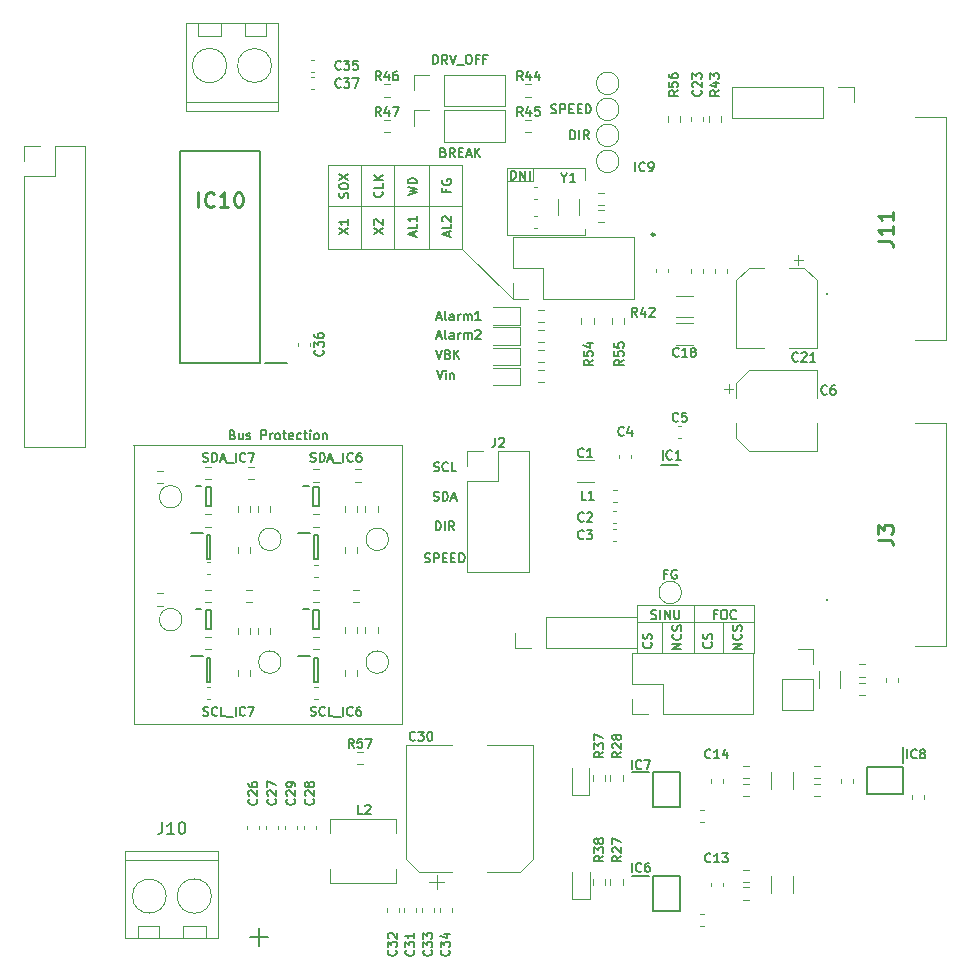
<source format=gbr>
G04 #@! TF.GenerationSoftware,KiCad,Pcbnew,(5.1.12)-1*
G04 #@! TF.CreationDate,2022-01-20T23:42:30+07:00*
G04 #@! TF.ProjectId,Driver_Board,44726976-6572-45f4-926f-6172642e6b69,v.2.0*
G04 #@! TF.SameCoordinates,Original*
G04 #@! TF.FileFunction,Legend,Top*
G04 #@! TF.FilePolarity,Positive*
%FSLAX46Y46*%
G04 Gerber Fmt 4.6, Leading zero omitted, Abs format (unit mm)*
G04 Created by KiCad (PCBNEW (5.1.12)-1) date 2022-01-20 23:42:30*
%MOMM*%
%LPD*%
G01*
G04 APERTURE LIST*
%ADD10C,0.120000*%
%ADD11C,0.127000*%
%ADD12C,0.150000*%
%ADD13C,0.200000*%
%ADD14C,0.254000*%
%ADD15C,0.100000*%
G04 APERTURE END LIST*
D10*
X164800000Y-73700000D02*
X164800000Y-72600000D01*
X162600000Y-73700000D02*
X164800000Y-73700000D01*
D11*
X162911666Y-73548333D02*
X162911666Y-72778333D01*
X163095000Y-72778333D01*
X163205000Y-72815000D01*
X163278333Y-72888333D01*
X163315000Y-72961666D01*
X163351666Y-73108333D01*
X163351666Y-73218333D01*
X163315000Y-73365000D01*
X163278333Y-73438333D01*
X163205000Y-73511666D01*
X163095000Y-73548333D01*
X162911666Y-73548333D01*
X163681666Y-73548333D02*
X163681666Y-72778333D01*
X164121666Y-73548333D01*
X164121666Y-72778333D01*
X164488333Y-73548333D02*
X164488333Y-72778333D01*
X151975000Y-74558333D02*
X152011666Y-74595000D01*
X152048333Y-74705000D01*
X152048333Y-74778333D01*
X152011666Y-74888333D01*
X151938333Y-74961666D01*
X151865000Y-74998333D01*
X151718333Y-75035000D01*
X151608333Y-75035000D01*
X151461666Y-74998333D01*
X151388333Y-74961666D01*
X151315000Y-74888333D01*
X151278333Y-74778333D01*
X151278333Y-74705000D01*
X151315000Y-74595000D01*
X151351666Y-74558333D01*
X152048333Y-73861666D02*
X152048333Y-74228333D01*
X151278333Y-74228333D01*
X152048333Y-73605000D02*
X151278333Y-73605000D01*
X152048333Y-73165000D02*
X151608333Y-73495000D01*
X151278333Y-73165000D02*
X151718333Y-73605000D01*
X154178333Y-74815000D02*
X154948333Y-74631666D01*
X154398333Y-74485000D01*
X154948333Y-74338333D01*
X154178333Y-74155000D01*
X154948333Y-73861666D02*
X154178333Y-73861666D01*
X154178333Y-73678333D01*
X154215000Y-73568333D01*
X154288333Y-73495000D01*
X154361666Y-73458333D01*
X154508333Y-73421666D01*
X154618333Y-73421666D01*
X154765000Y-73458333D01*
X154838333Y-73495000D01*
X154911666Y-73568333D01*
X154948333Y-73678333D01*
X154948333Y-73861666D01*
X157445000Y-74375000D02*
X157445000Y-74631666D01*
X157848333Y-74631666D02*
X157078333Y-74631666D01*
X157078333Y-74265000D01*
X157115000Y-73568333D02*
X157078333Y-73641666D01*
X157078333Y-73751666D01*
X157115000Y-73861666D01*
X157188333Y-73935000D01*
X157261666Y-73971666D01*
X157408333Y-74008333D01*
X157518333Y-74008333D01*
X157665000Y-73971666D01*
X157738333Y-73935000D01*
X157811666Y-73861666D01*
X157848333Y-73751666D01*
X157848333Y-73678333D01*
X157811666Y-73568333D01*
X157775000Y-73531666D01*
X157518333Y-73531666D01*
X157518333Y-73678333D01*
X157628333Y-78361666D02*
X157628333Y-77995000D01*
X157848333Y-78435000D02*
X157078333Y-78178333D01*
X157848333Y-77921666D01*
X157848333Y-77298333D02*
X157848333Y-77665000D01*
X157078333Y-77665000D01*
X157151666Y-77078333D02*
X157115000Y-77041666D01*
X157078333Y-76968333D01*
X157078333Y-76785000D01*
X157115000Y-76711666D01*
X157151666Y-76675000D01*
X157225000Y-76638333D01*
X157298333Y-76638333D01*
X157408333Y-76675000D01*
X157848333Y-77115000D01*
X157848333Y-76638333D01*
X154728333Y-78361666D02*
X154728333Y-77995000D01*
X154948333Y-78435000D02*
X154178333Y-78178333D01*
X154948333Y-77921666D01*
X154948333Y-77298333D02*
X154948333Y-77665000D01*
X154178333Y-77665000D01*
X154948333Y-76638333D02*
X154948333Y-77078333D01*
X154948333Y-76858333D02*
X154178333Y-76858333D01*
X154288333Y-76931666D01*
X154361666Y-77005000D01*
X154398333Y-77078333D01*
X151278333Y-78123333D02*
X152048333Y-77610000D01*
X151278333Y-77610000D02*
X152048333Y-78123333D01*
X151351666Y-77353333D02*
X151315000Y-77316666D01*
X151278333Y-77243333D01*
X151278333Y-77060000D01*
X151315000Y-76986666D01*
X151351666Y-76950000D01*
X151425000Y-76913333D01*
X151498333Y-76913333D01*
X151608333Y-76950000D01*
X152048333Y-77390000D01*
X152048333Y-76913333D01*
X148378333Y-78123333D02*
X149148333Y-77610000D01*
X148378333Y-77610000D02*
X149148333Y-78123333D01*
X149148333Y-76913333D02*
X149148333Y-77353333D01*
X149148333Y-77133333D02*
X148378333Y-77133333D01*
X148488333Y-77206666D01*
X148561666Y-77280000D01*
X148598333Y-77353333D01*
X149111666Y-75090000D02*
X149148333Y-74980000D01*
X149148333Y-74796666D01*
X149111666Y-74723333D01*
X149075000Y-74686666D01*
X149001666Y-74650000D01*
X148928333Y-74650000D01*
X148855000Y-74686666D01*
X148818333Y-74723333D01*
X148781666Y-74796666D01*
X148745000Y-74943333D01*
X148708333Y-75016666D01*
X148671666Y-75053333D01*
X148598333Y-75090000D01*
X148525000Y-75090000D01*
X148451666Y-75053333D01*
X148415000Y-75016666D01*
X148378333Y-74943333D01*
X148378333Y-74760000D01*
X148415000Y-74650000D01*
X148378333Y-74173333D02*
X148378333Y-74026666D01*
X148415000Y-73953333D01*
X148488333Y-73880000D01*
X148635000Y-73843333D01*
X148891666Y-73843333D01*
X149038333Y-73880000D01*
X149111666Y-73953333D01*
X149148333Y-74026666D01*
X149148333Y-74173333D01*
X149111666Y-74246666D01*
X149038333Y-74320000D01*
X148891666Y-74356666D01*
X148635000Y-74356666D01*
X148488333Y-74320000D01*
X148415000Y-74246666D01*
X148378333Y-74173333D01*
X148378333Y-73586666D02*
X149148333Y-73073333D01*
X148378333Y-73073333D02*
X149148333Y-73586666D01*
D10*
X147400000Y-75800000D02*
X158800000Y-75800000D01*
X150200000Y-72300000D02*
X150200000Y-79400000D01*
X156000000Y-72300000D02*
X156000000Y-79400000D01*
X153000000Y-72300000D02*
X153000000Y-79400000D01*
X158800000Y-72300000D02*
X158800000Y-79400000D01*
X147400000Y-72300000D02*
X158800000Y-72300000D01*
X147400000Y-79400000D02*
X147400000Y-72300000D01*
X158800000Y-79400000D02*
X147400000Y-79400000D01*
X163070000Y-83630000D02*
X158800000Y-79400000D01*
D11*
X140838095Y-137642857D02*
X142361904Y-137642857D01*
X141600000Y-138404761D02*
X141600000Y-136880952D01*
X155613333Y-105911666D02*
X155723333Y-105948333D01*
X155906666Y-105948333D01*
X155980000Y-105911666D01*
X156016666Y-105875000D01*
X156053333Y-105801666D01*
X156053333Y-105728333D01*
X156016666Y-105655000D01*
X155980000Y-105618333D01*
X155906666Y-105581666D01*
X155760000Y-105545000D01*
X155686666Y-105508333D01*
X155650000Y-105471666D01*
X155613333Y-105398333D01*
X155613333Y-105325000D01*
X155650000Y-105251666D01*
X155686666Y-105215000D01*
X155760000Y-105178333D01*
X155943333Y-105178333D01*
X156053333Y-105215000D01*
X156383333Y-105948333D02*
X156383333Y-105178333D01*
X156676666Y-105178333D01*
X156750000Y-105215000D01*
X156786666Y-105251666D01*
X156823333Y-105325000D01*
X156823333Y-105435000D01*
X156786666Y-105508333D01*
X156750000Y-105545000D01*
X156676666Y-105581666D01*
X156383333Y-105581666D01*
X157153333Y-105545000D02*
X157410000Y-105545000D01*
X157520000Y-105948333D02*
X157153333Y-105948333D01*
X157153333Y-105178333D01*
X157520000Y-105178333D01*
X157850000Y-105545000D02*
X158106666Y-105545000D01*
X158216666Y-105948333D02*
X157850000Y-105948333D01*
X157850000Y-105178333D01*
X158216666Y-105178333D01*
X158546666Y-105948333D02*
X158546666Y-105178333D01*
X158730000Y-105178333D01*
X158840000Y-105215000D01*
X158913333Y-105288333D01*
X158950000Y-105361666D01*
X158986666Y-105508333D01*
X158986666Y-105618333D01*
X158950000Y-105765000D01*
X158913333Y-105838333D01*
X158840000Y-105911666D01*
X158730000Y-105948333D01*
X158546666Y-105948333D01*
X156530000Y-103248333D02*
X156530000Y-102478333D01*
X156713333Y-102478333D01*
X156823333Y-102515000D01*
X156896666Y-102588333D01*
X156933333Y-102661666D01*
X156970000Y-102808333D01*
X156970000Y-102918333D01*
X156933333Y-103065000D01*
X156896666Y-103138333D01*
X156823333Y-103211666D01*
X156713333Y-103248333D01*
X156530000Y-103248333D01*
X157300000Y-103248333D02*
X157300000Y-102478333D01*
X158106666Y-103248333D02*
X157850000Y-102881666D01*
X157666666Y-103248333D02*
X157666666Y-102478333D01*
X157960000Y-102478333D01*
X158033333Y-102515000D01*
X158070000Y-102551666D01*
X158106666Y-102625000D01*
X158106666Y-102735000D01*
X158070000Y-102808333D01*
X158033333Y-102845000D01*
X157960000Y-102881666D01*
X157666666Y-102881666D01*
X156383333Y-98211666D02*
X156493333Y-98248333D01*
X156676666Y-98248333D01*
X156750000Y-98211666D01*
X156786666Y-98175000D01*
X156823333Y-98101666D01*
X156823333Y-98028333D01*
X156786666Y-97955000D01*
X156750000Y-97918333D01*
X156676666Y-97881666D01*
X156530000Y-97845000D01*
X156456666Y-97808333D01*
X156420000Y-97771666D01*
X156383333Y-97698333D01*
X156383333Y-97625000D01*
X156420000Y-97551666D01*
X156456666Y-97515000D01*
X156530000Y-97478333D01*
X156713333Y-97478333D01*
X156823333Y-97515000D01*
X157593333Y-98175000D02*
X157556666Y-98211666D01*
X157446666Y-98248333D01*
X157373333Y-98248333D01*
X157263333Y-98211666D01*
X157190000Y-98138333D01*
X157153333Y-98065000D01*
X157116666Y-97918333D01*
X157116666Y-97808333D01*
X157153333Y-97661666D01*
X157190000Y-97588333D01*
X157263333Y-97515000D01*
X157373333Y-97478333D01*
X157446666Y-97478333D01*
X157556666Y-97515000D01*
X157593333Y-97551666D01*
X158290000Y-98248333D02*
X157923333Y-98248333D01*
X157923333Y-97478333D01*
X156365000Y-100711666D02*
X156475000Y-100748333D01*
X156658333Y-100748333D01*
X156731666Y-100711666D01*
X156768333Y-100675000D01*
X156805000Y-100601666D01*
X156805000Y-100528333D01*
X156768333Y-100455000D01*
X156731666Y-100418333D01*
X156658333Y-100381666D01*
X156511666Y-100345000D01*
X156438333Y-100308333D01*
X156401666Y-100271666D01*
X156365000Y-100198333D01*
X156365000Y-100125000D01*
X156401666Y-100051666D01*
X156438333Y-100015000D01*
X156511666Y-99978333D01*
X156695000Y-99978333D01*
X156805000Y-100015000D01*
X157135000Y-100748333D02*
X157135000Y-99978333D01*
X157318333Y-99978333D01*
X157428333Y-100015000D01*
X157501666Y-100088333D01*
X157538333Y-100161666D01*
X157575000Y-100308333D01*
X157575000Y-100418333D01*
X157538333Y-100565000D01*
X157501666Y-100638333D01*
X157428333Y-100711666D01*
X157318333Y-100748333D01*
X157135000Y-100748333D01*
X157868333Y-100528333D02*
X158235000Y-100528333D01*
X157795000Y-100748333D02*
X158051666Y-99978333D01*
X158308333Y-100748333D01*
D10*
X180900000Y-111000000D02*
X180900000Y-113600000D01*
X175700000Y-111000000D02*
X175700000Y-113600000D01*
X174000000Y-111000000D02*
X173600000Y-111000000D01*
X173600000Y-109600000D02*
X173600000Y-113600000D01*
X173600000Y-109600000D02*
X174300000Y-109600000D01*
X183500000Y-109600000D02*
X183500000Y-113600000D01*
X174000000Y-111000000D02*
X183500000Y-111000000D01*
D11*
X174775000Y-112728333D02*
X174811666Y-112765000D01*
X174848333Y-112875000D01*
X174848333Y-112948333D01*
X174811666Y-113058333D01*
X174738333Y-113131666D01*
X174665000Y-113168333D01*
X174518333Y-113205000D01*
X174408333Y-113205000D01*
X174261666Y-113168333D01*
X174188333Y-113131666D01*
X174115000Y-113058333D01*
X174078333Y-112948333D01*
X174078333Y-112875000D01*
X174115000Y-112765000D01*
X174151666Y-112728333D01*
X174811666Y-112435000D02*
X174848333Y-112325000D01*
X174848333Y-112141666D01*
X174811666Y-112068333D01*
X174775000Y-112031666D01*
X174701666Y-111995000D01*
X174628333Y-111995000D01*
X174555000Y-112031666D01*
X174518333Y-112068333D01*
X174481666Y-112141666D01*
X174445000Y-112288333D01*
X174408333Y-112361666D01*
X174371666Y-112398333D01*
X174298333Y-112435000D01*
X174225000Y-112435000D01*
X174151666Y-112398333D01*
X174115000Y-112361666D01*
X174078333Y-112288333D01*
X174078333Y-112105000D01*
X174115000Y-111995000D01*
X177348333Y-113271666D02*
X176578333Y-113271666D01*
X177348333Y-112831666D01*
X176578333Y-112831666D01*
X177275000Y-112025000D02*
X177311666Y-112061666D01*
X177348333Y-112171666D01*
X177348333Y-112245000D01*
X177311666Y-112355000D01*
X177238333Y-112428333D01*
X177165000Y-112465000D01*
X177018333Y-112501666D01*
X176908333Y-112501666D01*
X176761666Y-112465000D01*
X176688333Y-112428333D01*
X176615000Y-112355000D01*
X176578333Y-112245000D01*
X176578333Y-112171666D01*
X176615000Y-112061666D01*
X176651666Y-112025000D01*
X177311666Y-111731666D02*
X177348333Y-111621666D01*
X177348333Y-111438333D01*
X177311666Y-111365000D01*
X177275000Y-111328333D01*
X177201666Y-111291666D01*
X177128333Y-111291666D01*
X177055000Y-111328333D01*
X177018333Y-111365000D01*
X176981666Y-111438333D01*
X176945000Y-111585000D01*
X176908333Y-111658333D01*
X176871666Y-111695000D01*
X176798333Y-111731666D01*
X176725000Y-111731666D01*
X176651666Y-111695000D01*
X176615000Y-111658333D01*
X176578333Y-111585000D01*
X176578333Y-111401666D01*
X176615000Y-111291666D01*
X182448333Y-113271666D02*
X181678333Y-113271666D01*
X182448333Y-112831666D01*
X181678333Y-112831666D01*
X182375000Y-112025000D02*
X182411666Y-112061666D01*
X182448333Y-112171666D01*
X182448333Y-112245000D01*
X182411666Y-112355000D01*
X182338333Y-112428333D01*
X182265000Y-112465000D01*
X182118333Y-112501666D01*
X182008333Y-112501666D01*
X181861666Y-112465000D01*
X181788333Y-112428333D01*
X181715000Y-112355000D01*
X181678333Y-112245000D01*
X181678333Y-112171666D01*
X181715000Y-112061666D01*
X181751666Y-112025000D01*
X182411666Y-111731666D02*
X182448333Y-111621666D01*
X182448333Y-111438333D01*
X182411666Y-111365000D01*
X182375000Y-111328333D01*
X182301666Y-111291666D01*
X182228333Y-111291666D01*
X182155000Y-111328333D01*
X182118333Y-111365000D01*
X182081666Y-111438333D01*
X182045000Y-111585000D01*
X182008333Y-111658333D01*
X181971666Y-111695000D01*
X181898333Y-111731666D01*
X181825000Y-111731666D01*
X181751666Y-111695000D01*
X181715000Y-111658333D01*
X181678333Y-111585000D01*
X181678333Y-111401666D01*
X181715000Y-111291666D01*
X179875000Y-112728333D02*
X179911666Y-112765000D01*
X179948333Y-112875000D01*
X179948333Y-112948333D01*
X179911666Y-113058333D01*
X179838333Y-113131666D01*
X179765000Y-113168333D01*
X179618333Y-113205000D01*
X179508333Y-113205000D01*
X179361666Y-113168333D01*
X179288333Y-113131666D01*
X179215000Y-113058333D01*
X179178333Y-112948333D01*
X179178333Y-112875000D01*
X179215000Y-112765000D01*
X179251666Y-112728333D01*
X179911666Y-112435000D02*
X179948333Y-112325000D01*
X179948333Y-112141666D01*
X179911666Y-112068333D01*
X179875000Y-112031666D01*
X179801666Y-111995000D01*
X179728333Y-111995000D01*
X179655000Y-112031666D01*
X179618333Y-112068333D01*
X179581666Y-112141666D01*
X179545000Y-112288333D01*
X179508333Y-112361666D01*
X179471666Y-112398333D01*
X179398333Y-112435000D01*
X179325000Y-112435000D01*
X179251666Y-112398333D01*
X179215000Y-112361666D01*
X179178333Y-112288333D01*
X179178333Y-112105000D01*
X179215000Y-111995000D01*
D10*
X178400000Y-109600000D02*
X178400000Y-109900000D01*
X174000000Y-109600000D02*
X183500000Y-109600000D01*
D11*
X174790000Y-110711666D02*
X174900000Y-110748333D01*
X175083333Y-110748333D01*
X175156666Y-110711666D01*
X175193333Y-110675000D01*
X175230000Y-110601666D01*
X175230000Y-110528333D01*
X175193333Y-110455000D01*
X175156666Y-110418333D01*
X175083333Y-110381666D01*
X174936666Y-110345000D01*
X174863333Y-110308333D01*
X174826666Y-110271666D01*
X174790000Y-110198333D01*
X174790000Y-110125000D01*
X174826666Y-110051666D01*
X174863333Y-110015000D01*
X174936666Y-109978333D01*
X175120000Y-109978333D01*
X175230000Y-110015000D01*
X175560000Y-110748333D02*
X175560000Y-109978333D01*
X175926666Y-110748333D02*
X175926666Y-109978333D01*
X176366666Y-110748333D01*
X176366666Y-109978333D01*
X176733333Y-109978333D02*
X176733333Y-110601666D01*
X176770000Y-110675000D01*
X176806666Y-110711666D01*
X176880000Y-110748333D01*
X177026666Y-110748333D01*
X177100000Y-110711666D01*
X177136666Y-110675000D01*
X177173333Y-110601666D01*
X177173333Y-109978333D01*
X180321666Y-110345000D02*
X180065000Y-110345000D01*
X180065000Y-110748333D02*
X180065000Y-109978333D01*
X180431666Y-109978333D01*
X180871666Y-109978333D02*
X181018333Y-109978333D01*
X181091666Y-110015000D01*
X181165000Y-110088333D01*
X181201666Y-110235000D01*
X181201666Y-110491666D01*
X181165000Y-110638333D01*
X181091666Y-110711666D01*
X181018333Y-110748333D01*
X180871666Y-110748333D01*
X180798333Y-110711666D01*
X180725000Y-110638333D01*
X180688333Y-110491666D01*
X180688333Y-110235000D01*
X180725000Y-110088333D01*
X180798333Y-110015000D01*
X180871666Y-109978333D01*
X181971666Y-110675000D02*
X181935000Y-110711666D01*
X181825000Y-110748333D01*
X181751666Y-110748333D01*
X181641666Y-110711666D01*
X181568333Y-110638333D01*
X181531666Y-110565000D01*
X181495000Y-110418333D01*
X181495000Y-110308333D01*
X181531666Y-110161666D01*
X181568333Y-110088333D01*
X181641666Y-110015000D01*
X181751666Y-109978333D01*
X181825000Y-109978333D01*
X181935000Y-110015000D01*
X181971666Y-110051666D01*
D10*
X178400000Y-113600000D02*
X178400000Y-109800000D01*
D11*
X176125000Y-106945000D02*
X175868333Y-106945000D01*
X175868333Y-107348333D02*
X175868333Y-106578333D01*
X176235000Y-106578333D01*
X176931666Y-106615000D02*
X176858333Y-106578333D01*
X176748333Y-106578333D01*
X176638333Y-106615000D01*
X176565000Y-106688333D01*
X176528333Y-106761666D01*
X176491666Y-106908333D01*
X176491666Y-107018333D01*
X176528333Y-107165000D01*
X176565000Y-107238333D01*
X176638333Y-107311666D01*
X176748333Y-107348333D01*
X176821666Y-107348333D01*
X176931666Y-107311666D01*
X176968333Y-107275000D01*
X176968333Y-107018333D01*
X176821666Y-107018333D01*
X156611666Y-89678333D02*
X156868333Y-90448333D01*
X157125000Y-89678333D01*
X157381666Y-90448333D02*
X157381666Y-89935000D01*
X157381666Y-89678333D02*
X157345000Y-89715000D01*
X157381666Y-89751666D01*
X157418333Y-89715000D01*
X157381666Y-89678333D01*
X157381666Y-89751666D01*
X157748333Y-89935000D02*
X157748333Y-90448333D01*
X157748333Y-90008333D02*
X157785000Y-89971666D01*
X157858333Y-89935000D01*
X157968333Y-89935000D01*
X158041666Y-89971666D01*
X158078333Y-90045000D01*
X158078333Y-90448333D01*
X156573333Y-87978333D02*
X156830000Y-88748333D01*
X157086666Y-87978333D01*
X157600000Y-88345000D02*
X157710000Y-88381666D01*
X157746666Y-88418333D01*
X157783333Y-88491666D01*
X157783333Y-88601666D01*
X157746666Y-88675000D01*
X157710000Y-88711666D01*
X157636666Y-88748333D01*
X157343333Y-88748333D01*
X157343333Y-87978333D01*
X157600000Y-87978333D01*
X157673333Y-88015000D01*
X157710000Y-88051666D01*
X157746666Y-88125000D01*
X157746666Y-88198333D01*
X157710000Y-88271666D01*
X157673333Y-88308333D01*
X157600000Y-88345000D01*
X157343333Y-88345000D01*
X158113333Y-88748333D02*
X158113333Y-87978333D01*
X158553333Y-88748333D02*
X158223333Y-88308333D01*
X158553333Y-87978333D02*
X158113333Y-88418333D01*
X156648333Y-86828333D02*
X157015000Y-86828333D01*
X156575000Y-87048333D02*
X156831666Y-86278333D01*
X157088333Y-87048333D01*
X157455000Y-87048333D02*
X157381666Y-87011666D01*
X157345000Y-86938333D01*
X157345000Y-86278333D01*
X158078333Y-87048333D02*
X158078333Y-86645000D01*
X158041666Y-86571666D01*
X157968333Y-86535000D01*
X157821666Y-86535000D01*
X157748333Y-86571666D01*
X158078333Y-87011666D02*
X158005000Y-87048333D01*
X157821666Y-87048333D01*
X157748333Y-87011666D01*
X157711666Y-86938333D01*
X157711666Y-86865000D01*
X157748333Y-86791666D01*
X157821666Y-86755000D01*
X158005000Y-86755000D01*
X158078333Y-86718333D01*
X158445000Y-87048333D02*
X158445000Y-86535000D01*
X158445000Y-86681666D02*
X158481666Y-86608333D01*
X158518333Y-86571666D01*
X158591666Y-86535000D01*
X158665000Y-86535000D01*
X158921666Y-87048333D02*
X158921666Y-86535000D01*
X158921666Y-86608333D02*
X158958333Y-86571666D01*
X159031666Y-86535000D01*
X159141666Y-86535000D01*
X159215000Y-86571666D01*
X159251666Y-86645000D01*
X159251666Y-87048333D01*
X159251666Y-86645000D02*
X159288333Y-86571666D01*
X159361666Y-86535000D01*
X159471666Y-86535000D01*
X159545000Y-86571666D01*
X159581666Y-86645000D01*
X159581666Y-87048333D01*
X159911666Y-86351666D02*
X159948333Y-86315000D01*
X160021666Y-86278333D01*
X160205000Y-86278333D01*
X160278333Y-86315000D01*
X160315000Y-86351666D01*
X160351666Y-86425000D01*
X160351666Y-86498333D01*
X160315000Y-86608333D01*
X159875000Y-87048333D01*
X160351666Y-87048333D01*
X156648333Y-85228333D02*
X157015000Y-85228333D01*
X156575000Y-85448333D02*
X156831666Y-84678333D01*
X157088333Y-85448333D01*
X157455000Y-85448333D02*
X157381666Y-85411666D01*
X157345000Y-85338333D01*
X157345000Y-84678333D01*
X158078333Y-85448333D02*
X158078333Y-85045000D01*
X158041666Y-84971666D01*
X157968333Y-84935000D01*
X157821666Y-84935000D01*
X157748333Y-84971666D01*
X158078333Y-85411666D02*
X158005000Y-85448333D01*
X157821666Y-85448333D01*
X157748333Y-85411666D01*
X157711666Y-85338333D01*
X157711666Y-85265000D01*
X157748333Y-85191666D01*
X157821666Y-85155000D01*
X158005000Y-85155000D01*
X158078333Y-85118333D01*
X158445000Y-85448333D02*
X158445000Y-84935000D01*
X158445000Y-85081666D02*
X158481666Y-85008333D01*
X158518333Y-84971666D01*
X158591666Y-84935000D01*
X158665000Y-84935000D01*
X158921666Y-85448333D02*
X158921666Y-84935000D01*
X158921666Y-85008333D02*
X158958333Y-84971666D01*
X159031666Y-84935000D01*
X159141666Y-84935000D01*
X159215000Y-84971666D01*
X159251666Y-85045000D01*
X159251666Y-85448333D01*
X159251666Y-85045000D02*
X159288333Y-84971666D01*
X159361666Y-84935000D01*
X159471666Y-84935000D01*
X159545000Y-84971666D01*
X159581666Y-85045000D01*
X159581666Y-85448333D01*
X160351666Y-85448333D02*
X159911666Y-85448333D01*
X160131666Y-85448333D02*
X160131666Y-84678333D01*
X160058333Y-84788333D01*
X159985000Y-84861666D01*
X159911666Y-84898333D01*
D10*
X169200000Y-78200000D02*
X169200000Y-77700000D01*
X164200000Y-78200000D02*
X169200000Y-78200000D01*
X162600000Y-72600000D02*
X168200000Y-72600000D01*
X162600000Y-76700000D02*
X162600000Y-72600000D01*
X162600000Y-78200000D02*
X164200000Y-78200000D01*
X162600000Y-76700000D02*
X162600000Y-78200000D01*
X169200000Y-72600000D02*
X169200000Y-73600000D01*
X168200000Y-72600000D02*
X169200000Y-72600000D01*
D11*
X166313333Y-67911666D02*
X166423333Y-67948333D01*
X166606666Y-67948333D01*
X166680000Y-67911666D01*
X166716666Y-67875000D01*
X166753333Y-67801666D01*
X166753333Y-67728333D01*
X166716666Y-67655000D01*
X166680000Y-67618333D01*
X166606666Y-67581666D01*
X166460000Y-67545000D01*
X166386666Y-67508333D01*
X166350000Y-67471666D01*
X166313333Y-67398333D01*
X166313333Y-67325000D01*
X166350000Y-67251666D01*
X166386666Y-67215000D01*
X166460000Y-67178333D01*
X166643333Y-67178333D01*
X166753333Y-67215000D01*
X167083333Y-67948333D02*
X167083333Y-67178333D01*
X167376666Y-67178333D01*
X167450000Y-67215000D01*
X167486666Y-67251666D01*
X167523333Y-67325000D01*
X167523333Y-67435000D01*
X167486666Y-67508333D01*
X167450000Y-67545000D01*
X167376666Y-67581666D01*
X167083333Y-67581666D01*
X167853333Y-67545000D02*
X168110000Y-67545000D01*
X168220000Y-67948333D02*
X167853333Y-67948333D01*
X167853333Y-67178333D01*
X168220000Y-67178333D01*
X168550000Y-67545000D02*
X168806666Y-67545000D01*
X168916666Y-67948333D02*
X168550000Y-67948333D01*
X168550000Y-67178333D01*
X168916666Y-67178333D01*
X169246666Y-67948333D02*
X169246666Y-67178333D01*
X169430000Y-67178333D01*
X169540000Y-67215000D01*
X169613333Y-67288333D01*
X169650000Y-67361666D01*
X169686666Y-67508333D01*
X169686666Y-67618333D01*
X169650000Y-67765000D01*
X169613333Y-67838333D01*
X169540000Y-67911666D01*
X169430000Y-67948333D01*
X169246666Y-67948333D01*
X167930000Y-70148333D02*
X167930000Y-69378333D01*
X168113333Y-69378333D01*
X168223333Y-69415000D01*
X168296666Y-69488333D01*
X168333333Y-69561666D01*
X168370000Y-69708333D01*
X168370000Y-69818333D01*
X168333333Y-69965000D01*
X168296666Y-70038333D01*
X168223333Y-70111666D01*
X168113333Y-70148333D01*
X167930000Y-70148333D01*
X168700000Y-70148333D02*
X168700000Y-69378333D01*
X169506666Y-70148333D02*
X169250000Y-69781666D01*
X169066666Y-70148333D02*
X169066666Y-69378333D01*
X169360000Y-69378333D01*
X169433333Y-69415000D01*
X169470000Y-69451666D01*
X169506666Y-69525000D01*
X169506666Y-69635000D01*
X169470000Y-69708333D01*
X169433333Y-69745000D01*
X169360000Y-69781666D01*
X169066666Y-69781666D01*
X157206666Y-71245000D02*
X157316666Y-71281666D01*
X157353333Y-71318333D01*
X157390000Y-71391666D01*
X157390000Y-71501666D01*
X157353333Y-71575000D01*
X157316666Y-71611666D01*
X157243333Y-71648333D01*
X156950000Y-71648333D01*
X156950000Y-70878333D01*
X157206666Y-70878333D01*
X157280000Y-70915000D01*
X157316666Y-70951666D01*
X157353333Y-71025000D01*
X157353333Y-71098333D01*
X157316666Y-71171666D01*
X157280000Y-71208333D01*
X157206666Y-71245000D01*
X156950000Y-71245000D01*
X158160000Y-71648333D02*
X157903333Y-71281666D01*
X157720000Y-71648333D02*
X157720000Y-70878333D01*
X158013333Y-70878333D01*
X158086666Y-70915000D01*
X158123333Y-70951666D01*
X158160000Y-71025000D01*
X158160000Y-71135000D01*
X158123333Y-71208333D01*
X158086666Y-71245000D01*
X158013333Y-71281666D01*
X157720000Y-71281666D01*
X158490000Y-71245000D02*
X158746666Y-71245000D01*
X158856666Y-71648333D02*
X158490000Y-71648333D01*
X158490000Y-70878333D01*
X158856666Y-70878333D01*
X159150000Y-71428333D02*
X159516666Y-71428333D01*
X159076666Y-71648333D02*
X159333333Y-70878333D01*
X159590000Y-71648333D01*
X159846666Y-71648333D02*
X159846666Y-70878333D01*
X160286666Y-71648333D02*
X159956666Y-71208333D01*
X160286666Y-70878333D02*
X159846666Y-71318333D01*
X156326666Y-63748333D02*
X156326666Y-62978333D01*
X156510000Y-62978333D01*
X156620000Y-63015000D01*
X156693333Y-63088333D01*
X156730000Y-63161666D01*
X156766666Y-63308333D01*
X156766666Y-63418333D01*
X156730000Y-63565000D01*
X156693333Y-63638333D01*
X156620000Y-63711666D01*
X156510000Y-63748333D01*
X156326666Y-63748333D01*
X157536666Y-63748333D02*
X157280000Y-63381666D01*
X157096666Y-63748333D02*
X157096666Y-62978333D01*
X157390000Y-62978333D01*
X157463333Y-63015000D01*
X157500000Y-63051666D01*
X157536666Y-63125000D01*
X157536666Y-63235000D01*
X157500000Y-63308333D01*
X157463333Y-63345000D01*
X157390000Y-63381666D01*
X157096666Y-63381666D01*
X157756666Y-62978333D02*
X158013333Y-63748333D01*
X158270000Y-62978333D01*
X158343333Y-63821666D02*
X158930000Y-63821666D01*
X159260000Y-62978333D02*
X159406666Y-62978333D01*
X159480000Y-63015000D01*
X159553333Y-63088333D01*
X159590000Y-63235000D01*
X159590000Y-63491666D01*
X159553333Y-63638333D01*
X159480000Y-63711666D01*
X159406666Y-63748333D01*
X159260000Y-63748333D01*
X159186666Y-63711666D01*
X159113333Y-63638333D01*
X159076666Y-63491666D01*
X159076666Y-63235000D01*
X159113333Y-63088333D01*
X159186666Y-63015000D01*
X159260000Y-62978333D01*
X160176666Y-63345000D02*
X159920000Y-63345000D01*
X159920000Y-63748333D02*
X159920000Y-62978333D01*
X160286666Y-62978333D01*
X160836666Y-63345000D02*
X160580000Y-63345000D01*
X160580000Y-63748333D02*
X160580000Y-62978333D01*
X160946666Y-62978333D01*
D12*
X136855000Y-118911666D02*
X136965000Y-118948333D01*
X137148333Y-118948333D01*
X137221666Y-118911666D01*
X137258333Y-118875000D01*
X137295000Y-118801666D01*
X137295000Y-118728333D01*
X137258333Y-118655000D01*
X137221666Y-118618333D01*
X137148333Y-118581666D01*
X137001666Y-118545000D01*
X136928333Y-118508333D01*
X136891666Y-118471666D01*
X136855000Y-118398333D01*
X136855000Y-118325000D01*
X136891666Y-118251666D01*
X136928333Y-118215000D01*
X137001666Y-118178333D01*
X137185000Y-118178333D01*
X137295000Y-118215000D01*
X138065000Y-118875000D02*
X138028333Y-118911666D01*
X137918333Y-118948333D01*
X137845000Y-118948333D01*
X137735000Y-118911666D01*
X137661666Y-118838333D01*
X137625000Y-118765000D01*
X137588333Y-118618333D01*
X137588333Y-118508333D01*
X137625000Y-118361666D01*
X137661666Y-118288333D01*
X137735000Y-118215000D01*
X137845000Y-118178333D01*
X137918333Y-118178333D01*
X138028333Y-118215000D01*
X138065000Y-118251666D01*
X138761666Y-118948333D02*
X138395000Y-118948333D01*
X138395000Y-118178333D01*
X138835000Y-119021666D02*
X139421666Y-119021666D01*
X139605000Y-118948333D02*
X139605000Y-118178333D01*
X140411666Y-118875000D02*
X140375000Y-118911666D01*
X140265000Y-118948333D01*
X140191666Y-118948333D01*
X140081666Y-118911666D01*
X140008333Y-118838333D01*
X139971666Y-118765000D01*
X139935000Y-118618333D01*
X139935000Y-118508333D01*
X139971666Y-118361666D01*
X140008333Y-118288333D01*
X140081666Y-118215000D01*
X140191666Y-118178333D01*
X140265000Y-118178333D01*
X140375000Y-118215000D01*
X140411666Y-118251666D01*
X140668333Y-118178333D02*
X141181666Y-118178333D01*
X140851666Y-118948333D01*
X145955000Y-118911666D02*
X146065000Y-118948333D01*
X146248333Y-118948333D01*
X146321666Y-118911666D01*
X146358333Y-118875000D01*
X146395000Y-118801666D01*
X146395000Y-118728333D01*
X146358333Y-118655000D01*
X146321666Y-118618333D01*
X146248333Y-118581666D01*
X146101666Y-118545000D01*
X146028333Y-118508333D01*
X145991666Y-118471666D01*
X145955000Y-118398333D01*
X145955000Y-118325000D01*
X145991666Y-118251666D01*
X146028333Y-118215000D01*
X146101666Y-118178333D01*
X146285000Y-118178333D01*
X146395000Y-118215000D01*
X147165000Y-118875000D02*
X147128333Y-118911666D01*
X147018333Y-118948333D01*
X146945000Y-118948333D01*
X146835000Y-118911666D01*
X146761666Y-118838333D01*
X146725000Y-118765000D01*
X146688333Y-118618333D01*
X146688333Y-118508333D01*
X146725000Y-118361666D01*
X146761666Y-118288333D01*
X146835000Y-118215000D01*
X146945000Y-118178333D01*
X147018333Y-118178333D01*
X147128333Y-118215000D01*
X147165000Y-118251666D01*
X147861666Y-118948333D02*
X147495000Y-118948333D01*
X147495000Y-118178333D01*
X147935000Y-119021666D02*
X148521666Y-119021666D01*
X148705000Y-118948333D02*
X148705000Y-118178333D01*
X149511666Y-118875000D02*
X149475000Y-118911666D01*
X149365000Y-118948333D01*
X149291666Y-118948333D01*
X149181666Y-118911666D01*
X149108333Y-118838333D01*
X149071666Y-118765000D01*
X149035000Y-118618333D01*
X149035000Y-118508333D01*
X149071666Y-118361666D01*
X149108333Y-118288333D01*
X149181666Y-118215000D01*
X149291666Y-118178333D01*
X149365000Y-118178333D01*
X149475000Y-118215000D01*
X149511666Y-118251666D01*
X150171666Y-118178333D02*
X150025000Y-118178333D01*
X149951666Y-118215000D01*
X149915000Y-118251666D01*
X149841666Y-118361666D01*
X149805000Y-118508333D01*
X149805000Y-118801666D01*
X149841666Y-118875000D01*
X149878333Y-118911666D01*
X149951666Y-118948333D01*
X150098333Y-118948333D01*
X150171666Y-118911666D01*
X150208333Y-118875000D01*
X150245000Y-118801666D01*
X150245000Y-118618333D01*
X150208333Y-118545000D01*
X150171666Y-118508333D01*
X150098333Y-118471666D01*
X149951666Y-118471666D01*
X149878333Y-118508333D01*
X149841666Y-118545000D01*
X149805000Y-118618333D01*
X145936666Y-97411666D02*
X146046666Y-97448333D01*
X146230000Y-97448333D01*
X146303333Y-97411666D01*
X146340000Y-97375000D01*
X146376666Y-97301666D01*
X146376666Y-97228333D01*
X146340000Y-97155000D01*
X146303333Y-97118333D01*
X146230000Y-97081666D01*
X146083333Y-97045000D01*
X146010000Y-97008333D01*
X145973333Y-96971666D01*
X145936666Y-96898333D01*
X145936666Y-96825000D01*
X145973333Y-96751666D01*
X146010000Y-96715000D01*
X146083333Y-96678333D01*
X146266666Y-96678333D01*
X146376666Y-96715000D01*
X146706666Y-97448333D02*
X146706666Y-96678333D01*
X146890000Y-96678333D01*
X147000000Y-96715000D01*
X147073333Y-96788333D01*
X147110000Y-96861666D01*
X147146666Y-97008333D01*
X147146666Y-97118333D01*
X147110000Y-97265000D01*
X147073333Y-97338333D01*
X147000000Y-97411666D01*
X146890000Y-97448333D01*
X146706666Y-97448333D01*
X147440000Y-97228333D02*
X147806666Y-97228333D01*
X147366666Y-97448333D02*
X147623333Y-96678333D01*
X147880000Y-97448333D01*
X147953333Y-97521666D02*
X148540000Y-97521666D01*
X148723333Y-97448333D02*
X148723333Y-96678333D01*
X149530000Y-97375000D02*
X149493333Y-97411666D01*
X149383333Y-97448333D01*
X149310000Y-97448333D01*
X149200000Y-97411666D01*
X149126666Y-97338333D01*
X149090000Y-97265000D01*
X149053333Y-97118333D01*
X149053333Y-97008333D01*
X149090000Y-96861666D01*
X149126666Y-96788333D01*
X149200000Y-96715000D01*
X149310000Y-96678333D01*
X149383333Y-96678333D01*
X149493333Y-96715000D01*
X149530000Y-96751666D01*
X150190000Y-96678333D02*
X150043333Y-96678333D01*
X149970000Y-96715000D01*
X149933333Y-96751666D01*
X149860000Y-96861666D01*
X149823333Y-97008333D01*
X149823333Y-97301666D01*
X149860000Y-97375000D01*
X149896666Y-97411666D01*
X149970000Y-97448333D01*
X150116666Y-97448333D01*
X150190000Y-97411666D01*
X150226666Y-97375000D01*
X150263333Y-97301666D01*
X150263333Y-97118333D01*
X150226666Y-97045000D01*
X150190000Y-97008333D01*
X150116666Y-96971666D01*
X149970000Y-96971666D01*
X149896666Y-97008333D01*
X149860000Y-97045000D01*
X149823333Y-97118333D01*
X136836666Y-97411666D02*
X136946666Y-97448333D01*
X137130000Y-97448333D01*
X137203333Y-97411666D01*
X137240000Y-97375000D01*
X137276666Y-97301666D01*
X137276666Y-97228333D01*
X137240000Y-97155000D01*
X137203333Y-97118333D01*
X137130000Y-97081666D01*
X136983333Y-97045000D01*
X136910000Y-97008333D01*
X136873333Y-96971666D01*
X136836666Y-96898333D01*
X136836666Y-96825000D01*
X136873333Y-96751666D01*
X136910000Y-96715000D01*
X136983333Y-96678333D01*
X137166666Y-96678333D01*
X137276666Y-96715000D01*
X137606666Y-97448333D02*
X137606666Y-96678333D01*
X137790000Y-96678333D01*
X137900000Y-96715000D01*
X137973333Y-96788333D01*
X138010000Y-96861666D01*
X138046666Y-97008333D01*
X138046666Y-97118333D01*
X138010000Y-97265000D01*
X137973333Y-97338333D01*
X137900000Y-97411666D01*
X137790000Y-97448333D01*
X137606666Y-97448333D01*
X138340000Y-97228333D02*
X138706666Y-97228333D01*
X138266666Y-97448333D02*
X138523333Y-96678333D01*
X138780000Y-97448333D01*
X138853333Y-97521666D02*
X139440000Y-97521666D01*
X139623333Y-97448333D02*
X139623333Y-96678333D01*
X140430000Y-97375000D02*
X140393333Y-97411666D01*
X140283333Y-97448333D01*
X140210000Y-97448333D01*
X140100000Y-97411666D01*
X140026666Y-97338333D01*
X139990000Y-97265000D01*
X139953333Y-97118333D01*
X139953333Y-97008333D01*
X139990000Y-96861666D01*
X140026666Y-96788333D01*
X140100000Y-96715000D01*
X140210000Y-96678333D01*
X140283333Y-96678333D01*
X140393333Y-96715000D01*
X140430000Y-96751666D01*
X140686666Y-96678333D02*
X141200000Y-96678333D01*
X140870000Y-97448333D01*
D10*
X153700000Y-96000000D02*
X130900000Y-96000000D01*
X153700000Y-119600000D02*
X153700000Y-96000000D01*
X131000000Y-119600000D02*
X153700000Y-119600000D01*
X131000000Y-96000000D02*
X131000000Y-119600000D01*
D11*
X139350000Y-95145000D02*
X139460000Y-95181666D01*
X139496666Y-95218333D01*
X139533333Y-95291666D01*
X139533333Y-95401666D01*
X139496666Y-95475000D01*
X139460000Y-95511666D01*
X139386666Y-95548333D01*
X139093333Y-95548333D01*
X139093333Y-94778333D01*
X139350000Y-94778333D01*
X139423333Y-94815000D01*
X139460000Y-94851666D01*
X139496666Y-94925000D01*
X139496666Y-94998333D01*
X139460000Y-95071666D01*
X139423333Y-95108333D01*
X139350000Y-95145000D01*
X139093333Y-95145000D01*
X140193333Y-95035000D02*
X140193333Y-95548333D01*
X139863333Y-95035000D02*
X139863333Y-95438333D01*
X139900000Y-95511666D01*
X139973333Y-95548333D01*
X140083333Y-95548333D01*
X140156666Y-95511666D01*
X140193333Y-95475000D01*
X140523333Y-95511666D02*
X140596666Y-95548333D01*
X140743333Y-95548333D01*
X140816666Y-95511666D01*
X140853333Y-95438333D01*
X140853333Y-95401666D01*
X140816666Y-95328333D01*
X140743333Y-95291666D01*
X140633333Y-95291666D01*
X140560000Y-95255000D01*
X140523333Y-95181666D01*
X140523333Y-95145000D01*
X140560000Y-95071666D01*
X140633333Y-95035000D01*
X140743333Y-95035000D01*
X140816666Y-95071666D01*
X141770000Y-95548333D02*
X141770000Y-94778333D01*
X142063333Y-94778333D01*
X142136666Y-94815000D01*
X142173333Y-94851666D01*
X142210000Y-94925000D01*
X142210000Y-95035000D01*
X142173333Y-95108333D01*
X142136666Y-95145000D01*
X142063333Y-95181666D01*
X141770000Y-95181666D01*
X142540000Y-95548333D02*
X142540000Y-95035000D01*
X142540000Y-95181666D02*
X142576666Y-95108333D01*
X142613333Y-95071666D01*
X142686666Y-95035000D01*
X142760000Y-95035000D01*
X143126666Y-95548333D02*
X143053333Y-95511666D01*
X143016666Y-95475000D01*
X142980000Y-95401666D01*
X142980000Y-95181666D01*
X143016666Y-95108333D01*
X143053333Y-95071666D01*
X143126666Y-95035000D01*
X143236666Y-95035000D01*
X143310000Y-95071666D01*
X143346666Y-95108333D01*
X143383333Y-95181666D01*
X143383333Y-95401666D01*
X143346666Y-95475000D01*
X143310000Y-95511666D01*
X143236666Y-95548333D01*
X143126666Y-95548333D01*
X143603333Y-95035000D02*
X143896666Y-95035000D01*
X143713333Y-94778333D02*
X143713333Y-95438333D01*
X143750000Y-95511666D01*
X143823333Y-95548333D01*
X143896666Y-95548333D01*
X144446666Y-95511666D02*
X144373333Y-95548333D01*
X144226666Y-95548333D01*
X144153333Y-95511666D01*
X144116666Y-95438333D01*
X144116666Y-95145000D01*
X144153333Y-95071666D01*
X144226666Y-95035000D01*
X144373333Y-95035000D01*
X144446666Y-95071666D01*
X144483333Y-95145000D01*
X144483333Y-95218333D01*
X144116666Y-95291666D01*
X145143333Y-95511666D02*
X145070000Y-95548333D01*
X144923333Y-95548333D01*
X144850000Y-95511666D01*
X144813333Y-95475000D01*
X144776666Y-95401666D01*
X144776666Y-95181666D01*
X144813333Y-95108333D01*
X144850000Y-95071666D01*
X144923333Y-95035000D01*
X145070000Y-95035000D01*
X145143333Y-95071666D01*
X145363333Y-95035000D02*
X145656666Y-95035000D01*
X145473333Y-94778333D02*
X145473333Y-95438333D01*
X145510000Y-95511666D01*
X145583333Y-95548333D01*
X145656666Y-95548333D01*
X145913333Y-95548333D02*
X145913333Y-95035000D01*
X145913333Y-94778333D02*
X145876666Y-94815000D01*
X145913333Y-94851666D01*
X145950000Y-94815000D01*
X145913333Y-94778333D01*
X145913333Y-94851666D01*
X146390000Y-95548333D02*
X146316666Y-95511666D01*
X146280000Y-95475000D01*
X146243333Y-95401666D01*
X146243333Y-95181666D01*
X146280000Y-95108333D01*
X146316666Y-95071666D01*
X146390000Y-95035000D01*
X146500000Y-95035000D01*
X146573333Y-95071666D01*
X146610000Y-95108333D01*
X146646666Y-95181666D01*
X146646666Y-95401666D01*
X146610000Y-95475000D01*
X146573333Y-95511666D01*
X146500000Y-95548333D01*
X146390000Y-95548333D01*
X146976666Y-95035000D02*
X146976666Y-95548333D01*
X146976666Y-95108333D02*
X147013333Y-95071666D01*
X147086666Y-95035000D01*
X147196666Y-95035000D01*
X147270000Y-95071666D01*
X147306666Y-95145000D01*
X147306666Y-95548333D01*
D13*
X175625000Y-97750000D02*
X177100000Y-97750000D01*
D10*
X173550000Y-113230000D02*
X173550000Y-110570000D01*
X165870000Y-113230000D02*
X173550000Y-113230000D01*
X165870000Y-110570000D02*
X173550000Y-110570000D01*
X165870000Y-113230000D02*
X165870000Y-110570000D01*
X164600000Y-113230000D02*
X163270000Y-113230000D01*
X163270000Y-113230000D02*
X163270000Y-111900000D01*
X171846267Y-101640000D02*
X171553733Y-101640000D01*
X171846267Y-102660000D02*
X171553733Y-102660000D01*
X171553733Y-103140000D02*
X171846267Y-103140000D01*
X171553733Y-104160000D02*
X171846267Y-104160000D01*
X172090000Y-96853733D02*
X172090000Y-97146267D01*
X173110000Y-96853733D02*
X173110000Y-97146267D01*
X177346267Y-95410000D02*
X177053733Y-95410000D01*
X177346267Y-94390000D02*
X177053733Y-94390000D01*
X188810000Y-96510000D02*
X188810000Y-94160000D01*
X188810000Y-89690000D02*
X188810000Y-92040000D01*
X183054437Y-89690000D02*
X188810000Y-89690000D01*
X183054437Y-96510000D02*
X188810000Y-96510000D01*
X181990000Y-95445563D02*
X181990000Y-94160000D01*
X181990000Y-90754437D02*
X181990000Y-92040000D01*
X181990000Y-90754437D02*
X183054437Y-89690000D01*
X181990000Y-95445563D02*
X183054437Y-96510000D01*
X180962500Y-91252500D02*
X181750000Y-91252500D01*
X181356250Y-90858750D02*
X181356250Y-91646250D01*
X137153733Y-105890000D02*
X137446267Y-105890000D01*
X137153733Y-106910000D02*
X137446267Y-106910000D01*
X137153733Y-117510000D02*
X137446267Y-117510000D01*
X137153733Y-116490000D02*
X137446267Y-116490000D01*
X146253733Y-107160000D02*
X146546267Y-107160000D01*
X146253733Y-106140000D02*
X146546267Y-106140000D01*
X146253733Y-117510000D02*
X146546267Y-117510000D01*
X146253733Y-116490000D02*
X146546267Y-116490000D01*
X178953733Y-136760000D02*
X179246267Y-136760000D01*
X178953733Y-135740000D02*
X179246267Y-135740000D01*
X178953733Y-126940000D02*
X179246267Y-126940000D01*
X178953733Y-127960000D02*
X179246267Y-127960000D01*
X180860000Y-133103733D02*
X180860000Y-133396267D01*
X179840000Y-133103733D02*
X179840000Y-133396267D01*
X179840000Y-124303733D02*
X179840000Y-124596267D01*
X180860000Y-124303733D02*
X180860000Y-124596267D01*
X190840000Y-124303733D02*
X190840000Y-124596267D01*
X191860000Y-124303733D02*
X191860000Y-124596267D01*
X194640000Y-116046267D02*
X194640000Y-115753733D01*
X195660000Y-116046267D02*
X195660000Y-115753733D01*
X197910000Y-125946267D02*
X197910000Y-125653733D01*
X196890000Y-125946267D02*
X196890000Y-125653733D01*
X176210000Y-81116233D02*
X176210000Y-81408767D01*
X175190000Y-81116233D02*
X175190000Y-81408767D01*
X181210000Y-81446267D02*
X181210000Y-81153733D01*
X180190000Y-81446267D02*
X180190000Y-81153733D01*
X179210000Y-81446267D02*
X179210000Y-81153733D01*
X178190000Y-81446267D02*
X178190000Y-81153733D01*
X179210000Y-68546267D02*
X179210000Y-68253733D01*
X178190000Y-68546267D02*
X178190000Y-68253733D01*
X165146267Y-75210000D02*
X164853733Y-75210000D01*
X165146267Y-74190000D02*
X164853733Y-74190000D01*
X165146267Y-77610000D02*
X164853733Y-77610000D01*
X165146267Y-76590000D02*
X164853733Y-76590000D01*
X141610000Y-128546267D02*
X141610000Y-128253733D01*
X140590000Y-128546267D02*
X140590000Y-128253733D01*
X142190000Y-128546267D02*
X142190000Y-128253733D01*
X143210000Y-128546267D02*
X143210000Y-128253733D01*
X146410000Y-128546267D02*
X146410000Y-128253733D01*
X145390000Y-128546267D02*
X145390000Y-128253733D01*
X143790000Y-128546267D02*
X143790000Y-128253733D01*
X144810000Y-128546267D02*
X144810000Y-128253733D01*
X154910000Y-135253733D02*
X154910000Y-135546267D01*
X153890000Y-135253733D02*
X153890000Y-135546267D01*
X152390000Y-135253733D02*
X152390000Y-135546267D01*
X153410000Y-135253733D02*
X153410000Y-135546267D01*
X156410000Y-135253733D02*
X156410000Y-135546267D01*
X155390000Y-135253733D02*
X155390000Y-135546267D01*
X157910000Y-135253733D02*
X157910000Y-135546267D01*
X156890000Y-135253733D02*
X156890000Y-135546267D01*
X169535000Y-125685000D02*
X169535000Y-123400000D01*
X168065000Y-125685000D02*
X169535000Y-125685000D01*
X168065000Y-123400000D02*
X168065000Y-125685000D01*
X169585000Y-134485000D02*
X169585000Y-132200000D01*
X168115000Y-134485000D02*
X169585000Y-134485000D01*
X168115000Y-132200000D02*
X168115000Y-134485000D01*
X161400000Y-89235000D02*
X163685000Y-89235000D01*
X163685000Y-89235000D02*
X163685000Y-87765000D01*
X163685000Y-87765000D02*
X161400000Y-87765000D01*
X161400000Y-85835000D02*
X163685000Y-85835000D01*
X163685000Y-85835000D02*
X163685000Y-84365000D01*
X163685000Y-84365000D02*
X161400000Y-84365000D01*
X163685000Y-86065000D02*
X161400000Y-86065000D01*
X163685000Y-87535000D02*
X163685000Y-86065000D01*
X161400000Y-87535000D02*
X163685000Y-87535000D01*
X161400000Y-90935000D02*
X163685000Y-90935000D01*
X163685000Y-90935000D02*
X163685000Y-89465000D01*
X163685000Y-89465000D02*
X161400000Y-89465000D01*
D13*
X136220000Y-99500000D02*
X136712000Y-99500000D01*
X137062000Y-101200000D02*
X137062000Y-99600000D01*
X137538000Y-101200000D02*
X137062000Y-101200000D01*
X137538000Y-99600000D02*
X137538000Y-101200000D01*
X137062000Y-99600000D02*
X137538000Y-99600000D01*
X137062000Y-110000000D02*
X137538000Y-110000000D01*
X137538000Y-110000000D02*
X137538000Y-111600000D01*
X137538000Y-111600000D02*
X137062000Y-111600000D01*
X137062000Y-111600000D02*
X137062000Y-110000000D01*
X136220000Y-109900000D02*
X136712000Y-109900000D01*
X146162000Y-99600000D02*
X146638000Y-99600000D01*
X146638000Y-99600000D02*
X146638000Y-101200000D01*
X146638000Y-101200000D02*
X146162000Y-101200000D01*
X146162000Y-101200000D02*
X146162000Y-99600000D01*
X145320000Y-99500000D02*
X145812000Y-99500000D01*
X145320000Y-109900000D02*
X145812000Y-109900000D01*
X146162000Y-111600000D02*
X146162000Y-110000000D01*
X146638000Y-111600000D02*
X146162000Y-111600000D01*
X146638000Y-110000000D02*
X146638000Y-111600000D01*
X146162000Y-110000000D02*
X146638000Y-110000000D01*
X174950000Y-132500000D02*
X177250000Y-132500000D01*
X177250000Y-132500000D02*
X177250000Y-135500000D01*
X177250000Y-135500000D02*
X174950000Y-135500000D01*
X174950000Y-135500000D02*
X174950000Y-132500000D01*
X173200000Y-132500000D02*
X174600000Y-132500000D01*
X173200000Y-123700000D02*
X174600000Y-123700000D01*
X174950000Y-126700000D02*
X174950000Y-123700000D01*
X177250000Y-126700000D02*
X174950000Y-126700000D01*
X177250000Y-123700000D02*
X177250000Y-126700000D01*
X174950000Y-123700000D02*
X177250000Y-123700000D01*
X196100000Y-123300000D02*
X196100000Y-125600000D01*
X196100000Y-125600000D02*
X193100000Y-125600000D01*
X193100000Y-125600000D02*
X193100000Y-123300000D01*
X193100000Y-123300000D02*
X196100000Y-123300000D01*
X196100000Y-121550000D02*
X196100000Y-122950000D01*
D14*
X175075000Y-78200000D02*
G75*
G03*
X175075000Y-78200000I-125000J0D01*
G01*
D10*
X121670000Y-70670000D02*
X123000000Y-70670000D01*
X121670000Y-72000000D02*
X121670000Y-70670000D01*
X124270000Y-70670000D02*
X126870000Y-70670000D01*
X124270000Y-73270000D02*
X124270000Y-70670000D01*
X121670000Y-73270000D02*
X124270000Y-73270000D01*
X126870000Y-70670000D02*
X126870000Y-96190000D01*
X121670000Y-73270000D02*
X121670000Y-96190000D01*
X121670000Y-96190000D02*
X126870000Y-96190000D01*
X187200000Y-113270000D02*
X188530000Y-113270000D01*
X188530000Y-113270000D02*
X188530000Y-114600000D01*
X188530000Y-115870000D02*
X188530000Y-118470000D01*
X185870000Y-118470000D02*
X188530000Y-118470000D01*
X185870000Y-115870000D02*
X185870000Y-118470000D01*
X185870000Y-115870000D02*
X188530000Y-115870000D01*
X154680000Y-66000000D02*
X154680000Y-64670000D01*
X154680000Y-64670000D02*
X156010000Y-64670000D01*
X157280000Y-64670000D02*
X162420000Y-64670000D01*
X162420000Y-67330000D02*
X162420000Y-64670000D01*
X157280000Y-67330000D02*
X162420000Y-67330000D01*
X157280000Y-67330000D02*
X157280000Y-64670000D01*
X157270000Y-70330000D02*
X157270000Y-67670000D01*
X157270000Y-70330000D02*
X162410000Y-70330000D01*
X162410000Y-70330000D02*
X162410000Y-67670000D01*
X157270000Y-67670000D02*
X162410000Y-67670000D01*
X154670000Y-67670000D02*
X156000000Y-67670000D01*
X154670000Y-69000000D02*
X154670000Y-67670000D01*
D13*
X137150000Y-103650000D02*
X137450000Y-103650000D01*
X137450000Y-103650000D02*
X137450000Y-105650000D01*
X137450000Y-105650000D02*
X137150000Y-105650000D01*
X137150000Y-105650000D02*
X137150000Y-103650000D01*
X135800000Y-103450000D02*
X136800000Y-103450000D01*
X137150000Y-114050000D02*
X137450000Y-114050000D01*
X137450000Y-114050000D02*
X137450000Y-116050000D01*
X137450000Y-116050000D02*
X137150000Y-116050000D01*
X137150000Y-116050000D02*
X137150000Y-114050000D01*
X135800000Y-113850000D02*
X136800000Y-113850000D01*
X146250000Y-103650000D02*
X146550000Y-103650000D01*
X146550000Y-103650000D02*
X146550000Y-105650000D01*
X146550000Y-105650000D02*
X146250000Y-105650000D01*
X146250000Y-105650000D02*
X146250000Y-103650000D01*
X144900000Y-103450000D02*
X145900000Y-103450000D01*
X144900000Y-113850000D02*
X145900000Y-113850000D01*
X146250000Y-116050000D02*
X146250000Y-114050000D01*
X146550000Y-116050000D02*
X146250000Y-116050000D01*
X146550000Y-114050000D02*
X146550000Y-116050000D01*
X146250000Y-114050000D02*
X146550000Y-114050000D01*
D10*
X141154724Y-97877500D02*
X140645276Y-97877500D01*
X141154724Y-98922500D02*
X140645276Y-98922500D01*
X140954724Y-109322500D02*
X140445276Y-109322500D01*
X140954724Y-108277500D02*
X140445276Y-108277500D01*
X137045276Y-98922500D02*
X137554724Y-98922500D01*
X137045276Y-97877500D02*
X137554724Y-97877500D01*
X137045276Y-109322500D02*
X137554724Y-109322500D01*
X137045276Y-108277500D02*
X137554724Y-108277500D01*
X142522500Y-101654724D02*
X142522500Y-101145276D01*
X141477500Y-101654724D02*
X141477500Y-101145276D01*
X142522500Y-112054724D02*
X142522500Y-111545276D01*
X141477500Y-112054724D02*
X141477500Y-111545276D01*
X139777500Y-105154724D02*
X139777500Y-104645276D01*
X140822500Y-105154724D02*
X140822500Y-104645276D01*
X140822500Y-115554724D02*
X140822500Y-115045276D01*
X139777500Y-115554724D02*
X139777500Y-115045276D01*
X140822500Y-101145276D02*
X140822500Y-101654724D01*
X139777500Y-101145276D02*
X139777500Y-101654724D01*
X137554724Y-102922500D02*
X137045276Y-102922500D01*
X137554724Y-101877500D02*
X137045276Y-101877500D01*
X140822500Y-111545276D02*
X140822500Y-112054724D01*
X139777500Y-111545276D02*
X139777500Y-112054724D01*
X137554724Y-113322500D02*
X137045276Y-113322500D01*
X137554724Y-112277500D02*
X137045276Y-112277500D01*
X150254724Y-99122500D02*
X149745276Y-99122500D01*
X150254724Y-98077500D02*
X149745276Y-98077500D01*
X150054724Y-109322500D02*
X149545276Y-109322500D01*
X150054724Y-108277500D02*
X149545276Y-108277500D01*
X146145276Y-98077500D02*
X146654724Y-98077500D01*
X146145276Y-99122500D02*
X146654724Y-99122500D01*
X146145276Y-108277500D02*
X146654724Y-108277500D01*
X146145276Y-109322500D02*
X146654724Y-109322500D01*
X151622500Y-101654724D02*
X151622500Y-101145276D01*
X150577500Y-101654724D02*
X150577500Y-101145276D01*
X150577500Y-111954724D02*
X150577500Y-111445276D01*
X151622500Y-111954724D02*
X151622500Y-111445276D01*
X149922500Y-105154724D02*
X149922500Y-104645276D01*
X148877500Y-105154724D02*
X148877500Y-104645276D01*
X149922500Y-115554724D02*
X149922500Y-115045276D01*
X148877500Y-115554724D02*
X148877500Y-115045276D01*
X148877500Y-101145276D02*
X148877500Y-101654724D01*
X149922500Y-101145276D02*
X149922500Y-101654724D01*
X146654724Y-102922500D02*
X146145276Y-102922500D01*
X146654724Y-101877500D02*
X146145276Y-101877500D01*
X148877500Y-111457776D02*
X148877500Y-111967224D01*
X149922500Y-111457776D02*
X149922500Y-111967224D01*
X146654724Y-112277500D02*
X146145276Y-112277500D01*
X146654724Y-113322500D02*
X146145276Y-113322500D01*
X132945276Y-98177500D02*
X133454724Y-98177500D01*
X132945276Y-99222500D02*
X133454724Y-99222500D01*
X132945276Y-109622500D02*
X133454724Y-109622500D01*
X132945276Y-108577500D02*
X133454724Y-108577500D01*
X172372500Y-133254724D02*
X172372500Y-132745276D01*
X171327500Y-133254724D02*
X171327500Y-132745276D01*
X171327500Y-124454724D02*
X171327500Y-123945276D01*
X172372500Y-124454724D02*
X172372500Y-123945276D01*
X183104724Y-131977500D02*
X182595276Y-131977500D01*
X183104724Y-133022500D02*
X182595276Y-133022500D01*
X183104724Y-134522500D02*
X182595276Y-134522500D01*
X183104724Y-133477500D02*
X182595276Y-133477500D01*
X186760000Y-132522936D02*
X186760000Y-133977064D01*
X184940000Y-132522936D02*
X184940000Y-133977064D01*
X183104724Y-124222500D02*
X182595276Y-124222500D01*
X183104724Y-123177500D02*
X182595276Y-123177500D01*
X183104724Y-125722500D02*
X182595276Y-125722500D01*
X183104724Y-124677500D02*
X182595276Y-124677500D01*
X184940000Y-123722936D02*
X184940000Y-125177064D01*
X186760000Y-123722936D02*
X186760000Y-125177064D01*
X189104724Y-123177500D02*
X188595276Y-123177500D01*
X189104724Y-124222500D02*
X188595276Y-124222500D01*
X189104724Y-125722500D02*
X188595276Y-125722500D01*
X189104724Y-124677500D02*
X188595276Y-124677500D01*
X169827500Y-124454724D02*
X169827500Y-123945276D01*
X170872500Y-124454724D02*
X170872500Y-123945276D01*
X169872501Y-133259723D02*
X169872501Y-132750275D01*
X170917501Y-133259723D02*
X170917501Y-132750275D01*
X192395276Y-116177500D02*
X192904724Y-116177500D01*
X192395276Y-117222500D02*
X192904724Y-117222500D01*
X192395276Y-115622500D02*
X192904724Y-115622500D01*
X192395276Y-114577500D02*
X192904724Y-114577500D01*
X190810000Y-116627064D02*
X190810000Y-115172936D01*
X188990000Y-116627064D02*
X188990000Y-115172936D01*
X179677500Y-68145276D02*
X179677500Y-68654724D01*
X180722500Y-68145276D02*
X180722500Y-68654724D01*
X164145276Y-66522500D02*
X164654724Y-66522500D01*
X164145276Y-65477500D02*
X164654724Y-65477500D01*
X164145276Y-68477500D02*
X164654724Y-68477500D01*
X164145276Y-69522500D02*
X164654724Y-69522500D01*
X170245276Y-75722500D02*
X170754724Y-75722500D01*
X170245276Y-74677500D02*
X170754724Y-74677500D01*
X170754724Y-77122500D02*
X170245276Y-77122500D01*
X170754724Y-76077500D02*
X170245276Y-76077500D01*
X165245276Y-87977500D02*
X165754724Y-87977500D01*
X165245276Y-89022500D02*
X165754724Y-89022500D01*
X165245276Y-85622500D02*
X165754724Y-85622500D01*
X165245276Y-84577500D02*
X165754724Y-84577500D01*
X165245276Y-86277500D02*
X165754724Y-86277500D01*
X165245276Y-87322500D02*
X165754724Y-87322500D01*
X165245276Y-90722500D02*
X165754724Y-90722500D01*
X165245276Y-89677500D02*
X165754724Y-89677500D01*
X169922500Y-85742224D02*
X169922500Y-85232776D01*
X168877500Y-85742224D02*
X168877500Y-85232776D01*
X172522500Y-85754724D02*
X172522500Y-85245276D01*
X171477500Y-85754724D02*
X171477500Y-85245276D01*
X177222500Y-68145276D02*
X177222500Y-68654724D01*
X176177500Y-68145276D02*
X176177500Y-68654724D01*
X177350000Y-108500000D02*
G75*
G03*
X177350000Y-108500000I-950000J0D01*
G01*
X135050000Y-100400000D02*
G75*
G03*
X135050000Y-100400000I-950000J0D01*
G01*
X135050000Y-110800000D02*
G75*
G03*
X135050000Y-110800000I-950000J0D01*
G01*
X143450000Y-104000000D02*
G75*
G03*
X143450000Y-104000000I-950000J0D01*
G01*
X143450000Y-114400000D02*
G75*
G03*
X143450000Y-114400000I-950000J0D01*
G01*
X152550000Y-104000000D02*
G75*
G03*
X152550000Y-104000000I-950000J0D01*
G01*
X152550000Y-114400000D02*
G75*
G03*
X152550000Y-114400000I-950000J0D01*
G01*
X172050000Y-67600000D02*
G75*
G03*
X172050000Y-67600000I-950000J0D01*
G01*
X172050000Y-69800000D02*
G75*
G03*
X172050000Y-69800000I-950000J0D01*
G01*
X172050000Y-72000000D02*
G75*
G03*
X172050000Y-72000000I-950000J0D01*
G01*
X166925000Y-76575000D02*
X166925000Y-75225000D01*
X168675000Y-76575000D02*
X168675000Y-75225000D01*
X172050000Y-65400000D02*
G75*
G03*
X172050000Y-65400000I-950000J0D01*
G01*
X159230000Y-96490000D02*
X160560000Y-96490000D01*
X159230000Y-97820000D02*
X159230000Y-96490000D01*
X161830000Y-96490000D02*
X164430000Y-96490000D01*
X161830000Y-99090000D02*
X161830000Y-96490000D01*
X159230000Y-99090000D02*
X161830000Y-99090000D01*
X164430000Y-96490000D02*
X164430000Y-106770000D01*
X159230000Y-99090000D02*
X159230000Y-106770000D01*
X159230000Y-106770000D02*
X164430000Y-106770000D01*
X173170000Y-118830000D02*
X173170000Y-117500000D01*
X174500000Y-118830000D02*
X173170000Y-118830000D01*
X173170000Y-116230000D02*
X173170000Y-113630000D01*
X175770000Y-116230000D02*
X173170000Y-116230000D01*
X175770000Y-118830000D02*
X175770000Y-116230000D01*
X173170000Y-113630000D02*
X183450000Y-113630000D01*
X175770000Y-118830000D02*
X183450000Y-118830000D01*
X183450000Y-118830000D02*
X183450000Y-113630000D01*
X173350000Y-83630000D02*
X173350000Y-78430000D01*
X165670000Y-83630000D02*
X173350000Y-83630000D01*
X163070000Y-78430000D02*
X173350000Y-78430000D01*
X165670000Y-83630000D02*
X165670000Y-81030000D01*
X165670000Y-81030000D02*
X163070000Y-81030000D01*
X163070000Y-81030000D02*
X163070000Y-78430000D01*
X164400000Y-83630000D02*
X163070000Y-83630000D01*
X163070000Y-83630000D02*
X163070000Y-82300000D01*
X176888748Y-85690000D02*
X178311252Y-85690000D01*
X176888748Y-87510000D02*
X178311252Y-87510000D01*
X178327064Y-85210000D02*
X176872936Y-85210000D01*
X178327064Y-83390000D02*
X176872936Y-83390000D01*
X181990000Y-87810000D02*
X184340000Y-87810000D01*
X188810000Y-87810000D02*
X186460000Y-87810000D01*
X188810000Y-82054437D02*
X188810000Y-87810000D01*
X181990000Y-82054437D02*
X181990000Y-87810000D01*
X183054437Y-80990000D02*
X184340000Y-80990000D01*
X187745563Y-80990000D02*
X186460000Y-80990000D01*
X187745563Y-80990000D02*
X188810000Y-82054437D01*
X183054437Y-80990000D02*
X181990000Y-82054437D01*
X187247500Y-79962500D02*
X187247500Y-80750000D01*
X187641250Y-80356250D02*
X186853750Y-80356250D01*
X168488748Y-97290000D02*
X169911252Y-97290000D01*
X168488748Y-99110000D02*
X169911252Y-99110000D01*
X171528733Y-99790000D02*
X171871267Y-99790000D01*
X171528733Y-100810000D02*
X171871267Y-100810000D01*
X153200000Y-133100000D02*
X153200000Y-131950000D01*
X153200000Y-127700000D02*
X153200000Y-128850000D01*
X147600000Y-133100000D02*
X147600000Y-131950000D01*
X147600000Y-127700000D02*
X147600000Y-128850000D01*
X147600000Y-133100000D02*
X153200000Y-133100000D01*
X147600000Y-127700000D02*
X153200000Y-127700000D01*
X164760000Y-121440000D02*
X160910000Y-121440000D01*
X154040000Y-121440000D02*
X157890000Y-121440000D01*
X154040000Y-131095563D02*
X154040000Y-121440000D01*
X164760000Y-131095563D02*
X164760000Y-121440000D01*
X163695563Y-132160000D02*
X160910000Y-132160000D01*
X155104437Y-132160000D02*
X157890000Y-132160000D01*
X155104437Y-132160000D02*
X154040000Y-131095563D01*
X163695563Y-132160000D02*
X164760000Y-131095563D01*
X156640000Y-133650000D02*
X156640000Y-132400000D01*
X156015000Y-133025000D02*
X157265000Y-133025000D01*
X152145276Y-66522500D02*
X152654724Y-66522500D01*
X152145276Y-65477500D02*
X152654724Y-65477500D01*
X152145276Y-68477500D02*
X152654724Y-68477500D01*
X152145276Y-69522500D02*
X152654724Y-69522500D01*
X150354724Y-121977500D02*
X149845276Y-121977500D01*
X150354724Y-123022500D02*
X149845276Y-123022500D01*
D15*
X197100000Y-113060000D02*
X199750000Y-113060000D01*
X199750000Y-113060000D02*
X199750000Y-94140000D01*
X199750000Y-94140000D02*
X197100000Y-94140000D01*
X189600000Y-109100000D02*
X189600000Y-109100000D01*
X189700000Y-109100000D02*
X189700000Y-109100000D01*
X189700000Y-109100000D02*
G75*
G02*
X189600000Y-109100000I-50000J0D01*
G01*
X189600000Y-109100000D02*
G75*
G02*
X189700000Y-109100000I50000J0D01*
G01*
X189700000Y-83200000D02*
X189700000Y-83200000D01*
X189600000Y-83200000D02*
X189600000Y-83200000D01*
X199750000Y-68240000D02*
X197100000Y-68240000D01*
X199750000Y-87160000D02*
X199750000Y-68240000D01*
X197100000Y-87160000D02*
X199750000Y-87160000D01*
X189600000Y-83200000D02*
G75*
G02*
X189700000Y-83200000I50000J0D01*
G01*
X189700000Y-83200000D02*
G75*
G02*
X189600000Y-83200000I-50000J0D01*
G01*
D10*
X191930000Y-65670000D02*
X191930000Y-67000000D01*
X190600000Y-65670000D02*
X191930000Y-65670000D01*
X189330000Y-65670000D02*
X189330000Y-68330000D01*
X189330000Y-68330000D02*
X181650000Y-68330000D01*
X189330000Y-65670000D02*
X181650000Y-65670000D01*
X181650000Y-65670000D02*
X181650000Y-68330000D01*
X146246267Y-64410000D02*
X145953733Y-64410000D01*
X146246267Y-63390000D02*
X145953733Y-63390000D01*
X145910000Y-87646267D02*
X145910000Y-87353733D01*
X144890000Y-87646267D02*
X144890000Y-87353733D01*
X146246267Y-64890000D02*
X145953733Y-64890000D01*
X146246267Y-65910000D02*
X145953733Y-65910000D01*
D13*
X141700000Y-89050000D02*
X134900000Y-89050000D01*
X134900000Y-89050000D02*
X134900000Y-71150000D01*
X134900000Y-71150000D02*
X141700000Y-71150000D01*
X141700000Y-71150000D02*
X141700000Y-89050000D01*
X143975000Y-89055000D02*
X142050000Y-89055000D01*
D10*
X133728700Y-134210016D02*
G75*
G03*
X133728700Y-134210016I-1433708J0D01*
G01*
X137558357Y-134210016D02*
G75*
G03*
X137558357Y-134210016I-1453349J0D01*
G01*
X137057512Y-136710339D02*
X137057512Y-137781906D01*
X135152504Y-136710339D02*
X137057512Y-136710339D01*
X135152504Y-137781906D02*
X135152504Y-136710339D01*
X133128433Y-136710339D02*
X133128433Y-137781906D01*
X131342488Y-136710339D02*
X133128433Y-136710339D01*
X131342488Y-137781906D02*
X131342488Y-136710339D01*
X130270921Y-131114378D02*
X138129079Y-131114378D01*
X130270921Y-137781906D02*
X130270921Y-130400000D01*
X138129079Y-137781906D02*
X130270921Y-137781906D01*
X138129079Y-130400000D02*
X138129079Y-137781906D01*
X130270921Y-130400000D02*
X138129079Y-130400000D01*
X143229079Y-67700000D02*
X135370921Y-67700000D01*
X135370921Y-67700000D02*
X135370921Y-60318094D01*
X135370921Y-60318094D02*
X143229079Y-60318094D01*
X143229079Y-60318094D02*
X143229079Y-67700000D01*
X143229079Y-66985622D02*
X135370921Y-66985622D01*
X142157512Y-60318094D02*
X142157512Y-61389661D01*
X142157512Y-61389661D02*
X140371567Y-61389661D01*
X140371567Y-61389661D02*
X140371567Y-60318094D01*
X138347496Y-60318094D02*
X138347496Y-61389661D01*
X138347496Y-61389661D02*
X136442488Y-61389661D01*
X136442488Y-61389661D02*
X136442488Y-60318094D01*
X138848341Y-63889984D02*
G75*
G03*
X138848341Y-63889984I-1453349J0D01*
G01*
X142638716Y-63889984D02*
G75*
G03*
X142638716Y-63889984I-1433708J0D01*
G01*
D11*
X175748333Y-97248333D02*
X175748333Y-96478333D01*
X176555000Y-97175000D02*
X176518333Y-97211666D01*
X176408333Y-97248333D01*
X176335000Y-97248333D01*
X176225000Y-97211666D01*
X176151666Y-97138333D01*
X176115000Y-97065000D01*
X176078333Y-96918333D01*
X176078333Y-96808333D01*
X176115000Y-96661666D01*
X176151666Y-96588333D01*
X176225000Y-96515000D01*
X176335000Y-96478333D01*
X176408333Y-96478333D01*
X176518333Y-96515000D01*
X176555000Y-96551666D01*
X177288333Y-97248333D02*
X176848333Y-97248333D01*
X177068333Y-97248333D02*
X177068333Y-96478333D01*
X176995000Y-96588333D01*
X176921666Y-96661666D01*
X176848333Y-96698333D01*
X169071666Y-102425000D02*
X169035000Y-102461666D01*
X168925000Y-102498333D01*
X168851666Y-102498333D01*
X168741666Y-102461666D01*
X168668333Y-102388333D01*
X168631666Y-102315000D01*
X168595000Y-102168333D01*
X168595000Y-102058333D01*
X168631666Y-101911666D01*
X168668333Y-101838333D01*
X168741666Y-101765000D01*
X168851666Y-101728333D01*
X168925000Y-101728333D01*
X169035000Y-101765000D01*
X169071666Y-101801666D01*
X169365000Y-101801666D02*
X169401666Y-101765000D01*
X169475000Y-101728333D01*
X169658333Y-101728333D01*
X169731666Y-101765000D01*
X169768333Y-101801666D01*
X169805000Y-101875000D01*
X169805000Y-101948333D01*
X169768333Y-102058333D01*
X169328333Y-102498333D01*
X169805000Y-102498333D01*
X169071666Y-103925000D02*
X169035000Y-103961666D01*
X168925000Y-103998333D01*
X168851666Y-103998333D01*
X168741666Y-103961666D01*
X168668333Y-103888333D01*
X168631666Y-103815000D01*
X168595000Y-103668333D01*
X168595000Y-103558333D01*
X168631666Y-103411666D01*
X168668333Y-103338333D01*
X168741666Y-103265000D01*
X168851666Y-103228333D01*
X168925000Y-103228333D01*
X169035000Y-103265000D01*
X169071666Y-103301666D01*
X169328333Y-103228333D02*
X169805000Y-103228333D01*
X169548333Y-103521666D01*
X169658333Y-103521666D01*
X169731666Y-103558333D01*
X169768333Y-103595000D01*
X169805000Y-103668333D01*
X169805000Y-103851666D01*
X169768333Y-103925000D01*
X169731666Y-103961666D01*
X169658333Y-103998333D01*
X169438333Y-103998333D01*
X169365000Y-103961666D01*
X169328333Y-103925000D01*
X172471666Y-95175000D02*
X172435000Y-95211666D01*
X172325000Y-95248333D01*
X172251666Y-95248333D01*
X172141666Y-95211666D01*
X172068333Y-95138333D01*
X172031666Y-95065000D01*
X171995000Y-94918333D01*
X171995000Y-94808333D01*
X172031666Y-94661666D01*
X172068333Y-94588333D01*
X172141666Y-94515000D01*
X172251666Y-94478333D01*
X172325000Y-94478333D01*
X172435000Y-94515000D01*
X172471666Y-94551666D01*
X173131666Y-94735000D02*
X173131666Y-95248333D01*
X172948333Y-94441666D02*
X172765000Y-94991666D01*
X173241666Y-94991666D01*
X177071666Y-93975000D02*
X177035000Y-94011666D01*
X176925000Y-94048333D01*
X176851666Y-94048333D01*
X176741666Y-94011666D01*
X176668333Y-93938333D01*
X176631666Y-93865000D01*
X176595000Y-93718333D01*
X176595000Y-93608333D01*
X176631666Y-93461666D01*
X176668333Y-93388333D01*
X176741666Y-93315000D01*
X176851666Y-93278333D01*
X176925000Y-93278333D01*
X177035000Y-93315000D01*
X177071666Y-93351666D01*
X177768333Y-93278333D02*
X177401666Y-93278333D01*
X177365000Y-93645000D01*
X177401666Y-93608333D01*
X177475000Y-93571666D01*
X177658333Y-93571666D01*
X177731666Y-93608333D01*
X177768333Y-93645000D01*
X177805000Y-93718333D01*
X177805000Y-93901666D01*
X177768333Y-93975000D01*
X177731666Y-94011666D01*
X177658333Y-94048333D01*
X177475000Y-94048333D01*
X177401666Y-94011666D01*
X177365000Y-93975000D01*
X189671666Y-91675000D02*
X189635000Y-91711666D01*
X189525000Y-91748333D01*
X189451666Y-91748333D01*
X189341666Y-91711666D01*
X189268333Y-91638333D01*
X189231666Y-91565000D01*
X189195000Y-91418333D01*
X189195000Y-91308333D01*
X189231666Y-91161666D01*
X189268333Y-91088333D01*
X189341666Y-91015000D01*
X189451666Y-90978333D01*
X189525000Y-90978333D01*
X189635000Y-91015000D01*
X189671666Y-91051666D01*
X190331666Y-90978333D02*
X190185000Y-90978333D01*
X190111666Y-91015000D01*
X190075000Y-91051666D01*
X190001666Y-91161666D01*
X189965000Y-91308333D01*
X189965000Y-91601666D01*
X190001666Y-91675000D01*
X190038333Y-91711666D01*
X190111666Y-91748333D01*
X190258333Y-91748333D01*
X190331666Y-91711666D01*
X190368333Y-91675000D01*
X190405000Y-91601666D01*
X190405000Y-91418333D01*
X190368333Y-91345000D01*
X190331666Y-91308333D01*
X190258333Y-91271666D01*
X190111666Y-91271666D01*
X190038333Y-91308333D01*
X190001666Y-91345000D01*
X189965000Y-91418333D01*
X179805000Y-131275000D02*
X179768333Y-131311666D01*
X179658333Y-131348333D01*
X179585000Y-131348333D01*
X179475000Y-131311666D01*
X179401666Y-131238333D01*
X179365000Y-131165000D01*
X179328333Y-131018333D01*
X179328333Y-130908333D01*
X179365000Y-130761666D01*
X179401666Y-130688333D01*
X179475000Y-130615000D01*
X179585000Y-130578333D01*
X179658333Y-130578333D01*
X179768333Y-130615000D01*
X179805000Y-130651666D01*
X180538333Y-131348333D02*
X180098333Y-131348333D01*
X180318333Y-131348333D02*
X180318333Y-130578333D01*
X180245000Y-130688333D01*
X180171666Y-130761666D01*
X180098333Y-130798333D01*
X180795000Y-130578333D02*
X181271666Y-130578333D01*
X181015000Y-130871666D01*
X181125000Y-130871666D01*
X181198333Y-130908333D01*
X181235000Y-130945000D01*
X181271666Y-131018333D01*
X181271666Y-131201666D01*
X181235000Y-131275000D01*
X181198333Y-131311666D01*
X181125000Y-131348333D01*
X180905000Y-131348333D01*
X180831666Y-131311666D01*
X180795000Y-131275000D01*
X179805000Y-122475000D02*
X179768333Y-122511666D01*
X179658333Y-122548333D01*
X179585000Y-122548333D01*
X179475000Y-122511666D01*
X179401666Y-122438333D01*
X179365000Y-122365000D01*
X179328333Y-122218333D01*
X179328333Y-122108333D01*
X179365000Y-121961666D01*
X179401666Y-121888333D01*
X179475000Y-121815000D01*
X179585000Y-121778333D01*
X179658333Y-121778333D01*
X179768333Y-121815000D01*
X179805000Y-121851666D01*
X180538333Y-122548333D02*
X180098333Y-122548333D01*
X180318333Y-122548333D02*
X180318333Y-121778333D01*
X180245000Y-121888333D01*
X180171666Y-121961666D01*
X180098333Y-121998333D01*
X181198333Y-122035000D02*
X181198333Y-122548333D01*
X181015000Y-121741666D02*
X180831666Y-122291666D01*
X181308333Y-122291666D01*
X178975000Y-65995000D02*
X179011666Y-66031666D01*
X179048333Y-66141666D01*
X179048333Y-66215000D01*
X179011666Y-66325000D01*
X178938333Y-66398333D01*
X178865000Y-66435000D01*
X178718333Y-66471666D01*
X178608333Y-66471666D01*
X178461666Y-66435000D01*
X178388333Y-66398333D01*
X178315000Y-66325000D01*
X178278333Y-66215000D01*
X178278333Y-66141666D01*
X178315000Y-66031666D01*
X178351666Y-65995000D01*
X178351666Y-65701666D02*
X178315000Y-65665000D01*
X178278333Y-65591666D01*
X178278333Y-65408333D01*
X178315000Y-65335000D01*
X178351666Y-65298333D01*
X178425000Y-65261666D01*
X178498333Y-65261666D01*
X178608333Y-65298333D01*
X179048333Y-65738333D01*
X179048333Y-65261666D01*
X178278333Y-65005000D02*
X178278333Y-64528333D01*
X178571666Y-64785000D01*
X178571666Y-64675000D01*
X178608333Y-64601666D01*
X178645000Y-64565000D01*
X178718333Y-64528333D01*
X178901666Y-64528333D01*
X178975000Y-64565000D01*
X179011666Y-64601666D01*
X179048333Y-64675000D01*
X179048333Y-64895000D01*
X179011666Y-64968333D01*
X178975000Y-65005000D01*
X141375000Y-125995000D02*
X141411666Y-126031666D01*
X141448333Y-126141666D01*
X141448333Y-126215000D01*
X141411666Y-126325000D01*
X141338333Y-126398333D01*
X141265000Y-126435000D01*
X141118333Y-126471666D01*
X141008333Y-126471666D01*
X140861666Y-126435000D01*
X140788333Y-126398333D01*
X140715000Y-126325000D01*
X140678333Y-126215000D01*
X140678333Y-126141666D01*
X140715000Y-126031666D01*
X140751666Y-125995000D01*
X140751666Y-125701666D02*
X140715000Y-125665000D01*
X140678333Y-125591666D01*
X140678333Y-125408333D01*
X140715000Y-125335000D01*
X140751666Y-125298333D01*
X140825000Y-125261666D01*
X140898333Y-125261666D01*
X141008333Y-125298333D01*
X141448333Y-125738333D01*
X141448333Y-125261666D01*
X140678333Y-124601666D02*
X140678333Y-124748333D01*
X140715000Y-124821666D01*
X140751666Y-124858333D01*
X140861666Y-124931666D01*
X141008333Y-124968333D01*
X141301666Y-124968333D01*
X141375000Y-124931666D01*
X141411666Y-124895000D01*
X141448333Y-124821666D01*
X141448333Y-124675000D01*
X141411666Y-124601666D01*
X141375000Y-124565000D01*
X141301666Y-124528333D01*
X141118333Y-124528333D01*
X141045000Y-124565000D01*
X141008333Y-124601666D01*
X140971666Y-124675000D01*
X140971666Y-124821666D01*
X141008333Y-124895000D01*
X141045000Y-124931666D01*
X141118333Y-124968333D01*
X142975000Y-125995000D02*
X143011666Y-126031666D01*
X143048333Y-126141666D01*
X143048333Y-126215000D01*
X143011666Y-126325000D01*
X142938333Y-126398333D01*
X142865000Y-126435000D01*
X142718333Y-126471666D01*
X142608333Y-126471666D01*
X142461666Y-126435000D01*
X142388333Y-126398333D01*
X142315000Y-126325000D01*
X142278333Y-126215000D01*
X142278333Y-126141666D01*
X142315000Y-126031666D01*
X142351666Y-125995000D01*
X142351666Y-125701666D02*
X142315000Y-125665000D01*
X142278333Y-125591666D01*
X142278333Y-125408333D01*
X142315000Y-125335000D01*
X142351666Y-125298333D01*
X142425000Y-125261666D01*
X142498333Y-125261666D01*
X142608333Y-125298333D01*
X143048333Y-125738333D01*
X143048333Y-125261666D01*
X142278333Y-125005000D02*
X142278333Y-124491666D01*
X143048333Y-124821666D01*
X146175000Y-125995000D02*
X146211666Y-126031666D01*
X146248333Y-126141666D01*
X146248333Y-126215000D01*
X146211666Y-126325000D01*
X146138333Y-126398333D01*
X146065000Y-126435000D01*
X145918333Y-126471666D01*
X145808333Y-126471666D01*
X145661666Y-126435000D01*
X145588333Y-126398333D01*
X145515000Y-126325000D01*
X145478333Y-126215000D01*
X145478333Y-126141666D01*
X145515000Y-126031666D01*
X145551666Y-125995000D01*
X145551666Y-125701666D02*
X145515000Y-125665000D01*
X145478333Y-125591666D01*
X145478333Y-125408333D01*
X145515000Y-125335000D01*
X145551666Y-125298333D01*
X145625000Y-125261666D01*
X145698333Y-125261666D01*
X145808333Y-125298333D01*
X146248333Y-125738333D01*
X146248333Y-125261666D01*
X145808333Y-124821666D02*
X145771666Y-124895000D01*
X145735000Y-124931666D01*
X145661666Y-124968333D01*
X145625000Y-124968333D01*
X145551666Y-124931666D01*
X145515000Y-124895000D01*
X145478333Y-124821666D01*
X145478333Y-124675000D01*
X145515000Y-124601666D01*
X145551666Y-124565000D01*
X145625000Y-124528333D01*
X145661666Y-124528333D01*
X145735000Y-124565000D01*
X145771666Y-124601666D01*
X145808333Y-124675000D01*
X145808333Y-124821666D01*
X145845000Y-124895000D01*
X145881666Y-124931666D01*
X145955000Y-124968333D01*
X146101666Y-124968333D01*
X146175000Y-124931666D01*
X146211666Y-124895000D01*
X146248333Y-124821666D01*
X146248333Y-124675000D01*
X146211666Y-124601666D01*
X146175000Y-124565000D01*
X146101666Y-124528333D01*
X145955000Y-124528333D01*
X145881666Y-124565000D01*
X145845000Y-124601666D01*
X145808333Y-124675000D01*
X144575000Y-125995000D02*
X144611666Y-126031666D01*
X144648333Y-126141666D01*
X144648333Y-126215000D01*
X144611666Y-126325000D01*
X144538333Y-126398333D01*
X144465000Y-126435000D01*
X144318333Y-126471666D01*
X144208333Y-126471666D01*
X144061666Y-126435000D01*
X143988333Y-126398333D01*
X143915000Y-126325000D01*
X143878333Y-126215000D01*
X143878333Y-126141666D01*
X143915000Y-126031666D01*
X143951666Y-125995000D01*
X143951666Y-125701666D02*
X143915000Y-125665000D01*
X143878333Y-125591666D01*
X143878333Y-125408333D01*
X143915000Y-125335000D01*
X143951666Y-125298333D01*
X144025000Y-125261666D01*
X144098333Y-125261666D01*
X144208333Y-125298333D01*
X144648333Y-125738333D01*
X144648333Y-125261666D01*
X144648333Y-124895000D02*
X144648333Y-124748333D01*
X144611666Y-124675000D01*
X144575000Y-124638333D01*
X144465000Y-124565000D01*
X144318333Y-124528333D01*
X144025000Y-124528333D01*
X143951666Y-124565000D01*
X143915000Y-124601666D01*
X143878333Y-124675000D01*
X143878333Y-124821666D01*
X143915000Y-124895000D01*
X143951666Y-124931666D01*
X144025000Y-124968333D01*
X144208333Y-124968333D01*
X144281666Y-124931666D01*
X144318333Y-124895000D01*
X144355000Y-124821666D01*
X144355000Y-124675000D01*
X144318333Y-124601666D01*
X144281666Y-124565000D01*
X144208333Y-124528333D01*
X154675000Y-138795000D02*
X154711666Y-138831666D01*
X154748333Y-138941666D01*
X154748333Y-139015000D01*
X154711666Y-139125000D01*
X154638333Y-139198333D01*
X154565000Y-139235000D01*
X154418333Y-139271666D01*
X154308333Y-139271666D01*
X154161666Y-139235000D01*
X154088333Y-139198333D01*
X154015000Y-139125000D01*
X153978333Y-139015000D01*
X153978333Y-138941666D01*
X154015000Y-138831666D01*
X154051666Y-138795000D01*
X153978333Y-138538333D02*
X153978333Y-138061666D01*
X154271666Y-138318333D01*
X154271666Y-138208333D01*
X154308333Y-138135000D01*
X154345000Y-138098333D01*
X154418333Y-138061666D01*
X154601666Y-138061666D01*
X154675000Y-138098333D01*
X154711666Y-138135000D01*
X154748333Y-138208333D01*
X154748333Y-138428333D01*
X154711666Y-138501666D01*
X154675000Y-138538333D01*
X154748333Y-137328333D02*
X154748333Y-137768333D01*
X154748333Y-137548333D02*
X153978333Y-137548333D01*
X154088333Y-137621666D01*
X154161666Y-137695000D01*
X154198333Y-137768333D01*
X153175000Y-138795000D02*
X153211666Y-138831666D01*
X153248333Y-138941666D01*
X153248333Y-139015000D01*
X153211666Y-139125000D01*
X153138333Y-139198333D01*
X153065000Y-139235000D01*
X152918333Y-139271666D01*
X152808333Y-139271666D01*
X152661666Y-139235000D01*
X152588333Y-139198333D01*
X152515000Y-139125000D01*
X152478333Y-139015000D01*
X152478333Y-138941666D01*
X152515000Y-138831666D01*
X152551666Y-138795000D01*
X152478333Y-138538333D02*
X152478333Y-138061666D01*
X152771666Y-138318333D01*
X152771666Y-138208333D01*
X152808333Y-138135000D01*
X152845000Y-138098333D01*
X152918333Y-138061666D01*
X153101666Y-138061666D01*
X153175000Y-138098333D01*
X153211666Y-138135000D01*
X153248333Y-138208333D01*
X153248333Y-138428333D01*
X153211666Y-138501666D01*
X153175000Y-138538333D01*
X152551666Y-137768333D02*
X152515000Y-137731666D01*
X152478333Y-137658333D01*
X152478333Y-137475000D01*
X152515000Y-137401666D01*
X152551666Y-137365000D01*
X152625000Y-137328333D01*
X152698333Y-137328333D01*
X152808333Y-137365000D01*
X153248333Y-137805000D01*
X153248333Y-137328333D01*
X156175000Y-138795000D02*
X156211666Y-138831666D01*
X156248333Y-138941666D01*
X156248333Y-139015000D01*
X156211666Y-139125000D01*
X156138333Y-139198333D01*
X156065000Y-139235000D01*
X155918333Y-139271666D01*
X155808333Y-139271666D01*
X155661666Y-139235000D01*
X155588333Y-139198333D01*
X155515000Y-139125000D01*
X155478333Y-139015000D01*
X155478333Y-138941666D01*
X155515000Y-138831666D01*
X155551666Y-138795000D01*
X155478333Y-138538333D02*
X155478333Y-138061666D01*
X155771666Y-138318333D01*
X155771666Y-138208333D01*
X155808333Y-138135000D01*
X155845000Y-138098333D01*
X155918333Y-138061666D01*
X156101666Y-138061666D01*
X156175000Y-138098333D01*
X156211666Y-138135000D01*
X156248333Y-138208333D01*
X156248333Y-138428333D01*
X156211666Y-138501666D01*
X156175000Y-138538333D01*
X155478333Y-137805000D02*
X155478333Y-137328333D01*
X155771666Y-137585000D01*
X155771666Y-137475000D01*
X155808333Y-137401666D01*
X155845000Y-137365000D01*
X155918333Y-137328333D01*
X156101666Y-137328333D01*
X156175000Y-137365000D01*
X156211666Y-137401666D01*
X156248333Y-137475000D01*
X156248333Y-137695000D01*
X156211666Y-137768333D01*
X156175000Y-137805000D01*
X157675000Y-138795000D02*
X157711666Y-138831666D01*
X157748333Y-138941666D01*
X157748333Y-139015000D01*
X157711666Y-139125000D01*
X157638333Y-139198333D01*
X157565000Y-139235000D01*
X157418333Y-139271666D01*
X157308333Y-139271666D01*
X157161666Y-139235000D01*
X157088333Y-139198333D01*
X157015000Y-139125000D01*
X156978333Y-139015000D01*
X156978333Y-138941666D01*
X157015000Y-138831666D01*
X157051666Y-138795000D01*
X156978333Y-138538333D02*
X156978333Y-138061666D01*
X157271666Y-138318333D01*
X157271666Y-138208333D01*
X157308333Y-138135000D01*
X157345000Y-138098333D01*
X157418333Y-138061666D01*
X157601666Y-138061666D01*
X157675000Y-138098333D01*
X157711666Y-138135000D01*
X157748333Y-138208333D01*
X157748333Y-138428333D01*
X157711666Y-138501666D01*
X157675000Y-138538333D01*
X157235000Y-137401666D02*
X157748333Y-137401666D01*
X156941666Y-137585000D02*
X157491666Y-137768333D01*
X157491666Y-137291666D01*
X173148333Y-132148333D02*
X173148333Y-131378333D01*
X173955000Y-132075000D02*
X173918333Y-132111666D01*
X173808333Y-132148333D01*
X173735000Y-132148333D01*
X173625000Y-132111666D01*
X173551666Y-132038333D01*
X173515000Y-131965000D01*
X173478333Y-131818333D01*
X173478333Y-131708333D01*
X173515000Y-131561666D01*
X173551666Y-131488333D01*
X173625000Y-131415000D01*
X173735000Y-131378333D01*
X173808333Y-131378333D01*
X173918333Y-131415000D01*
X173955000Y-131451666D01*
X174615000Y-131378333D02*
X174468333Y-131378333D01*
X174395000Y-131415000D01*
X174358333Y-131451666D01*
X174285000Y-131561666D01*
X174248333Y-131708333D01*
X174248333Y-132001666D01*
X174285000Y-132075000D01*
X174321666Y-132111666D01*
X174395000Y-132148333D01*
X174541666Y-132148333D01*
X174615000Y-132111666D01*
X174651666Y-132075000D01*
X174688333Y-132001666D01*
X174688333Y-131818333D01*
X174651666Y-131745000D01*
X174615000Y-131708333D01*
X174541666Y-131671666D01*
X174395000Y-131671666D01*
X174321666Y-131708333D01*
X174285000Y-131745000D01*
X174248333Y-131818333D01*
X173148333Y-123448333D02*
X173148333Y-122678333D01*
X173955000Y-123375000D02*
X173918333Y-123411666D01*
X173808333Y-123448333D01*
X173735000Y-123448333D01*
X173625000Y-123411666D01*
X173551666Y-123338333D01*
X173515000Y-123265000D01*
X173478333Y-123118333D01*
X173478333Y-123008333D01*
X173515000Y-122861666D01*
X173551666Y-122788333D01*
X173625000Y-122715000D01*
X173735000Y-122678333D01*
X173808333Y-122678333D01*
X173918333Y-122715000D01*
X173955000Y-122751666D01*
X174211666Y-122678333D02*
X174725000Y-122678333D01*
X174395000Y-123448333D01*
X196448333Y-122548333D02*
X196448333Y-121778333D01*
X197255000Y-122475000D02*
X197218333Y-122511666D01*
X197108333Y-122548333D01*
X197035000Y-122548333D01*
X196925000Y-122511666D01*
X196851666Y-122438333D01*
X196815000Y-122365000D01*
X196778333Y-122218333D01*
X196778333Y-122108333D01*
X196815000Y-121961666D01*
X196851666Y-121888333D01*
X196925000Y-121815000D01*
X197035000Y-121778333D01*
X197108333Y-121778333D01*
X197218333Y-121815000D01*
X197255000Y-121851666D01*
X197695000Y-122108333D02*
X197621666Y-122071666D01*
X197585000Y-122035000D01*
X197548333Y-121961666D01*
X197548333Y-121925000D01*
X197585000Y-121851666D01*
X197621666Y-121815000D01*
X197695000Y-121778333D01*
X197841666Y-121778333D01*
X197915000Y-121815000D01*
X197951666Y-121851666D01*
X197988333Y-121925000D01*
X197988333Y-121961666D01*
X197951666Y-122035000D01*
X197915000Y-122071666D01*
X197841666Y-122108333D01*
X197695000Y-122108333D01*
X197621666Y-122145000D01*
X197585000Y-122181666D01*
X197548333Y-122255000D01*
X197548333Y-122401666D01*
X197585000Y-122475000D01*
X197621666Y-122511666D01*
X197695000Y-122548333D01*
X197841666Y-122548333D01*
X197915000Y-122511666D01*
X197951666Y-122475000D01*
X197988333Y-122401666D01*
X197988333Y-122255000D01*
X197951666Y-122181666D01*
X197915000Y-122145000D01*
X197841666Y-122108333D01*
X173448333Y-72848333D02*
X173448333Y-72078333D01*
X174255000Y-72775000D02*
X174218333Y-72811666D01*
X174108333Y-72848333D01*
X174035000Y-72848333D01*
X173925000Y-72811666D01*
X173851666Y-72738333D01*
X173815000Y-72665000D01*
X173778333Y-72518333D01*
X173778333Y-72408333D01*
X173815000Y-72261666D01*
X173851666Y-72188333D01*
X173925000Y-72115000D01*
X174035000Y-72078333D01*
X174108333Y-72078333D01*
X174218333Y-72115000D01*
X174255000Y-72151666D01*
X174621666Y-72848333D02*
X174768333Y-72848333D01*
X174841666Y-72811666D01*
X174878333Y-72775000D01*
X174951666Y-72665000D01*
X174988333Y-72518333D01*
X174988333Y-72225000D01*
X174951666Y-72151666D01*
X174915000Y-72115000D01*
X174841666Y-72078333D01*
X174695000Y-72078333D01*
X174621666Y-72115000D01*
X174585000Y-72151666D01*
X174548333Y-72225000D01*
X174548333Y-72408333D01*
X174585000Y-72481666D01*
X174621666Y-72518333D01*
X174695000Y-72555000D01*
X174841666Y-72555000D01*
X174915000Y-72518333D01*
X174951666Y-72481666D01*
X174988333Y-72408333D01*
X172248333Y-130795000D02*
X171881666Y-131051666D01*
X172248333Y-131235000D02*
X171478333Y-131235000D01*
X171478333Y-130941666D01*
X171515000Y-130868333D01*
X171551666Y-130831666D01*
X171625000Y-130795000D01*
X171735000Y-130795000D01*
X171808333Y-130831666D01*
X171845000Y-130868333D01*
X171881666Y-130941666D01*
X171881666Y-131235000D01*
X171551666Y-130501666D02*
X171515000Y-130465000D01*
X171478333Y-130391666D01*
X171478333Y-130208333D01*
X171515000Y-130135000D01*
X171551666Y-130098333D01*
X171625000Y-130061666D01*
X171698333Y-130061666D01*
X171808333Y-130098333D01*
X172248333Y-130538333D01*
X172248333Y-130061666D01*
X171478333Y-129805000D02*
X171478333Y-129291666D01*
X172248333Y-129621666D01*
X172248333Y-121995000D02*
X171881666Y-122251666D01*
X172248333Y-122435000D02*
X171478333Y-122435000D01*
X171478333Y-122141666D01*
X171515000Y-122068333D01*
X171551666Y-122031666D01*
X171625000Y-121995000D01*
X171735000Y-121995000D01*
X171808333Y-122031666D01*
X171845000Y-122068333D01*
X171881666Y-122141666D01*
X171881666Y-122435000D01*
X171551666Y-121701666D02*
X171515000Y-121665000D01*
X171478333Y-121591666D01*
X171478333Y-121408333D01*
X171515000Y-121335000D01*
X171551666Y-121298333D01*
X171625000Y-121261666D01*
X171698333Y-121261666D01*
X171808333Y-121298333D01*
X172248333Y-121738333D01*
X172248333Y-121261666D01*
X171808333Y-120821666D02*
X171771666Y-120895000D01*
X171735000Y-120931666D01*
X171661666Y-120968333D01*
X171625000Y-120968333D01*
X171551666Y-120931666D01*
X171515000Y-120895000D01*
X171478333Y-120821666D01*
X171478333Y-120675000D01*
X171515000Y-120601666D01*
X171551666Y-120565000D01*
X171625000Y-120528333D01*
X171661666Y-120528333D01*
X171735000Y-120565000D01*
X171771666Y-120601666D01*
X171808333Y-120675000D01*
X171808333Y-120821666D01*
X171845000Y-120895000D01*
X171881666Y-120931666D01*
X171955000Y-120968333D01*
X172101666Y-120968333D01*
X172175000Y-120931666D01*
X172211666Y-120895000D01*
X172248333Y-120821666D01*
X172248333Y-120675000D01*
X172211666Y-120601666D01*
X172175000Y-120565000D01*
X172101666Y-120528333D01*
X171955000Y-120528333D01*
X171881666Y-120565000D01*
X171845000Y-120601666D01*
X171808333Y-120675000D01*
X170748333Y-121995000D02*
X170381666Y-122251666D01*
X170748333Y-122435000D02*
X169978333Y-122435000D01*
X169978333Y-122141666D01*
X170015000Y-122068333D01*
X170051666Y-122031666D01*
X170125000Y-121995000D01*
X170235000Y-121995000D01*
X170308333Y-122031666D01*
X170345000Y-122068333D01*
X170381666Y-122141666D01*
X170381666Y-122435000D01*
X169978333Y-121738333D02*
X169978333Y-121261666D01*
X170271666Y-121518333D01*
X170271666Y-121408333D01*
X170308333Y-121335000D01*
X170345000Y-121298333D01*
X170418333Y-121261666D01*
X170601666Y-121261666D01*
X170675000Y-121298333D01*
X170711666Y-121335000D01*
X170748333Y-121408333D01*
X170748333Y-121628333D01*
X170711666Y-121701666D01*
X170675000Y-121738333D01*
X169978333Y-121005000D02*
X169978333Y-120491666D01*
X170748333Y-120821666D01*
X170748333Y-130795000D02*
X170381666Y-131051666D01*
X170748333Y-131235000D02*
X169978333Y-131235000D01*
X169978333Y-130941666D01*
X170015000Y-130868333D01*
X170051666Y-130831666D01*
X170125000Y-130795000D01*
X170235000Y-130795000D01*
X170308333Y-130831666D01*
X170345000Y-130868333D01*
X170381666Y-130941666D01*
X170381666Y-131235000D01*
X169978333Y-130538333D02*
X169978333Y-130061666D01*
X170271666Y-130318333D01*
X170271666Y-130208333D01*
X170308333Y-130135000D01*
X170345000Y-130098333D01*
X170418333Y-130061666D01*
X170601666Y-130061666D01*
X170675000Y-130098333D01*
X170711666Y-130135000D01*
X170748333Y-130208333D01*
X170748333Y-130428333D01*
X170711666Y-130501666D01*
X170675000Y-130538333D01*
X170308333Y-129621666D02*
X170271666Y-129695000D01*
X170235000Y-129731666D01*
X170161666Y-129768333D01*
X170125000Y-129768333D01*
X170051666Y-129731666D01*
X170015000Y-129695000D01*
X169978333Y-129621666D01*
X169978333Y-129475000D01*
X170015000Y-129401666D01*
X170051666Y-129365000D01*
X170125000Y-129328333D01*
X170161666Y-129328333D01*
X170235000Y-129365000D01*
X170271666Y-129401666D01*
X170308333Y-129475000D01*
X170308333Y-129621666D01*
X170345000Y-129695000D01*
X170381666Y-129731666D01*
X170455000Y-129768333D01*
X170601666Y-129768333D01*
X170675000Y-129731666D01*
X170711666Y-129695000D01*
X170748333Y-129621666D01*
X170748333Y-129475000D01*
X170711666Y-129401666D01*
X170675000Y-129365000D01*
X170601666Y-129328333D01*
X170455000Y-129328333D01*
X170381666Y-129365000D01*
X170345000Y-129401666D01*
X170308333Y-129475000D01*
X180548333Y-65995000D02*
X180181666Y-66251666D01*
X180548333Y-66435000D02*
X179778333Y-66435000D01*
X179778333Y-66141666D01*
X179815000Y-66068333D01*
X179851666Y-66031666D01*
X179925000Y-65995000D01*
X180035000Y-65995000D01*
X180108333Y-66031666D01*
X180145000Y-66068333D01*
X180181666Y-66141666D01*
X180181666Y-66435000D01*
X180035000Y-65335000D02*
X180548333Y-65335000D01*
X179741666Y-65518333D02*
X180291666Y-65701666D01*
X180291666Y-65225000D01*
X179778333Y-65005000D02*
X179778333Y-64528333D01*
X180071666Y-64785000D01*
X180071666Y-64675000D01*
X180108333Y-64601666D01*
X180145000Y-64565000D01*
X180218333Y-64528333D01*
X180401666Y-64528333D01*
X180475000Y-64565000D01*
X180511666Y-64601666D01*
X180548333Y-64675000D01*
X180548333Y-64895000D01*
X180511666Y-64968333D01*
X180475000Y-65005000D01*
X163905000Y-65148333D02*
X163648333Y-64781666D01*
X163465000Y-65148333D02*
X163465000Y-64378333D01*
X163758333Y-64378333D01*
X163831666Y-64415000D01*
X163868333Y-64451666D01*
X163905000Y-64525000D01*
X163905000Y-64635000D01*
X163868333Y-64708333D01*
X163831666Y-64745000D01*
X163758333Y-64781666D01*
X163465000Y-64781666D01*
X164565000Y-64635000D02*
X164565000Y-65148333D01*
X164381666Y-64341666D02*
X164198333Y-64891666D01*
X164675000Y-64891666D01*
X165298333Y-64635000D02*
X165298333Y-65148333D01*
X165115000Y-64341666D02*
X164931666Y-64891666D01*
X165408333Y-64891666D01*
X163905000Y-68148333D02*
X163648333Y-67781666D01*
X163465000Y-68148333D02*
X163465000Y-67378333D01*
X163758333Y-67378333D01*
X163831666Y-67415000D01*
X163868333Y-67451666D01*
X163905000Y-67525000D01*
X163905000Y-67635000D01*
X163868333Y-67708333D01*
X163831666Y-67745000D01*
X163758333Y-67781666D01*
X163465000Y-67781666D01*
X164565000Y-67635000D02*
X164565000Y-68148333D01*
X164381666Y-67341666D02*
X164198333Y-67891666D01*
X164675000Y-67891666D01*
X165335000Y-67378333D02*
X164968333Y-67378333D01*
X164931666Y-67745000D01*
X164968333Y-67708333D01*
X165041666Y-67671666D01*
X165225000Y-67671666D01*
X165298333Y-67708333D01*
X165335000Y-67745000D01*
X165371666Y-67818333D01*
X165371666Y-68001666D01*
X165335000Y-68075000D01*
X165298333Y-68111666D01*
X165225000Y-68148333D01*
X165041666Y-68148333D01*
X164968333Y-68111666D01*
X164931666Y-68075000D01*
X169848333Y-88795000D02*
X169481666Y-89051666D01*
X169848333Y-89235000D02*
X169078333Y-89235000D01*
X169078333Y-88941666D01*
X169115000Y-88868333D01*
X169151666Y-88831666D01*
X169225000Y-88795000D01*
X169335000Y-88795000D01*
X169408333Y-88831666D01*
X169445000Y-88868333D01*
X169481666Y-88941666D01*
X169481666Y-89235000D01*
X169078333Y-88098333D02*
X169078333Y-88465000D01*
X169445000Y-88501666D01*
X169408333Y-88465000D01*
X169371666Y-88391666D01*
X169371666Y-88208333D01*
X169408333Y-88135000D01*
X169445000Y-88098333D01*
X169518333Y-88061666D01*
X169701666Y-88061666D01*
X169775000Y-88098333D01*
X169811666Y-88135000D01*
X169848333Y-88208333D01*
X169848333Y-88391666D01*
X169811666Y-88465000D01*
X169775000Y-88501666D01*
X169335000Y-87401666D02*
X169848333Y-87401666D01*
X169041666Y-87585000D02*
X169591666Y-87768333D01*
X169591666Y-87291666D01*
X172448333Y-88795000D02*
X172081666Y-89051666D01*
X172448333Y-89235000D02*
X171678333Y-89235000D01*
X171678333Y-88941666D01*
X171715000Y-88868333D01*
X171751666Y-88831666D01*
X171825000Y-88795000D01*
X171935000Y-88795000D01*
X172008333Y-88831666D01*
X172045000Y-88868333D01*
X172081666Y-88941666D01*
X172081666Y-89235000D01*
X171678333Y-88098333D02*
X171678333Y-88465000D01*
X172045000Y-88501666D01*
X172008333Y-88465000D01*
X171971666Y-88391666D01*
X171971666Y-88208333D01*
X172008333Y-88135000D01*
X172045000Y-88098333D01*
X172118333Y-88061666D01*
X172301666Y-88061666D01*
X172375000Y-88098333D01*
X172411666Y-88135000D01*
X172448333Y-88208333D01*
X172448333Y-88391666D01*
X172411666Y-88465000D01*
X172375000Y-88501666D01*
X171678333Y-87365000D02*
X171678333Y-87731666D01*
X172045000Y-87768333D01*
X172008333Y-87731666D01*
X171971666Y-87658333D01*
X171971666Y-87475000D01*
X172008333Y-87401666D01*
X172045000Y-87365000D01*
X172118333Y-87328333D01*
X172301666Y-87328333D01*
X172375000Y-87365000D01*
X172411666Y-87401666D01*
X172448333Y-87475000D01*
X172448333Y-87658333D01*
X172411666Y-87731666D01*
X172375000Y-87768333D01*
X177048333Y-65995000D02*
X176681666Y-66251666D01*
X177048333Y-66435000D02*
X176278333Y-66435000D01*
X176278333Y-66141666D01*
X176315000Y-66068333D01*
X176351666Y-66031666D01*
X176425000Y-65995000D01*
X176535000Y-65995000D01*
X176608333Y-66031666D01*
X176645000Y-66068333D01*
X176681666Y-66141666D01*
X176681666Y-66435000D01*
X176278333Y-65298333D02*
X176278333Y-65665000D01*
X176645000Y-65701666D01*
X176608333Y-65665000D01*
X176571666Y-65591666D01*
X176571666Y-65408333D01*
X176608333Y-65335000D01*
X176645000Y-65298333D01*
X176718333Y-65261666D01*
X176901666Y-65261666D01*
X176975000Y-65298333D01*
X177011666Y-65335000D01*
X177048333Y-65408333D01*
X177048333Y-65591666D01*
X177011666Y-65665000D01*
X176975000Y-65701666D01*
X176278333Y-64601666D02*
X176278333Y-64748333D01*
X176315000Y-64821666D01*
X176351666Y-64858333D01*
X176461666Y-64931666D01*
X176608333Y-64968333D01*
X176901666Y-64968333D01*
X176975000Y-64931666D01*
X177011666Y-64895000D01*
X177048333Y-64821666D01*
X177048333Y-64675000D01*
X177011666Y-64601666D01*
X176975000Y-64565000D01*
X176901666Y-64528333D01*
X176718333Y-64528333D01*
X176645000Y-64565000D01*
X176608333Y-64601666D01*
X176571666Y-64675000D01*
X176571666Y-64821666D01*
X176608333Y-64895000D01*
X176645000Y-64931666D01*
X176718333Y-64968333D01*
X167433333Y-73381666D02*
X167433333Y-73748333D01*
X167176666Y-72978333D02*
X167433333Y-73381666D01*
X167690000Y-72978333D01*
X168350000Y-73748333D02*
X167910000Y-73748333D01*
X168130000Y-73748333D02*
X168130000Y-72978333D01*
X168056666Y-73088333D01*
X167983333Y-73161666D01*
X167910000Y-73198333D01*
X161573333Y-95398333D02*
X161573333Y-95948333D01*
X161536666Y-96058333D01*
X161463333Y-96131666D01*
X161353333Y-96168333D01*
X161280000Y-96168333D01*
X161903333Y-95471666D02*
X161940000Y-95435000D01*
X162013333Y-95398333D01*
X162196666Y-95398333D01*
X162270000Y-95435000D01*
X162306666Y-95471666D01*
X162343333Y-95545000D01*
X162343333Y-95618333D01*
X162306666Y-95728333D01*
X161866666Y-96168333D01*
X162343333Y-96168333D01*
X177105000Y-88475000D02*
X177068333Y-88511666D01*
X176958333Y-88548333D01*
X176885000Y-88548333D01*
X176775000Y-88511666D01*
X176701666Y-88438333D01*
X176665000Y-88365000D01*
X176628333Y-88218333D01*
X176628333Y-88108333D01*
X176665000Y-87961666D01*
X176701666Y-87888333D01*
X176775000Y-87815000D01*
X176885000Y-87778333D01*
X176958333Y-87778333D01*
X177068333Y-87815000D01*
X177105000Y-87851666D01*
X177838333Y-88548333D02*
X177398333Y-88548333D01*
X177618333Y-88548333D02*
X177618333Y-87778333D01*
X177545000Y-87888333D01*
X177471666Y-87961666D01*
X177398333Y-87998333D01*
X178278333Y-88108333D02*
X178205000Y-88071666D01*
X178168333Y-88035000D01*
X178131666Y-87961666D01*
X178131666Y-87925000D01*
X178168333Y-87851666D01*
X178205000Y-87815000D01*
X178278333Y-87778333D01*
X178425000Y-87778333D01*
X178498333Y-87815000D01*
X178535000Y-87851666D01*
X178571666Y-87925000D01*
X178571666Y-87961666D01*
X178535000Y-88035000D01*
X178498333Y-88071666D01*
X178425000Y-88108333D01*
X178278333Y-88108333D01*
X178205000Y-88145000D01*
X178168333Y-88181666D01*
X178131666Y-88255000D01*
X178131666Y-88401666D01*
X178168333Y-88475000D01*
X178205000Y-88511666D01*
X178278333Y-88548333D01*
X178425000Y-88548333D01*
X178498333Y-88511666D01*
X178535000Y-88475000D01*
X178571666Y-88401666D01*
X178571666Y-88255000D01*
X178535000Y-88181666D01*
X178498333Y-88145000D01*
X178425000Y-88108333D01*
X173605000Y-85148333D02*
X173348333Y-84781666D01*
X173165000Y-85148333D02*
X173165000Y-84378333D01*
X173458333Y-84378333D01*
X173531666Y-84415000D01*
X173568333Y-84451666D01*
X173605000Y-84525000D01*
X173605000Y-84635000D01*
X173568333Y-84708333D01*
X173531666Y-84745000D01*
X173458333Y-84781666D01*
X173165000Y-84781666D01*
X174265000Y-84635000D02*
X174265000Y-85148333D01*
X174081666Y-84341666D02*
X173898333Y-84891666D01*
X174375000Y-84891666D01*
X174631666Y-84451666D02*
X174668333Y-84415000D01*
X174741666Y-84378333D01*
X174925000Y-84378333D01*
X174998333Y-84415000D01*
X175035000Y-84451666D01*
X175071666Y-84525000D01*
X175071666Y-84598333D01*
X175035000Y-84708333D01*
X174595000Y-85148333D01*
X175071666Y-85148333D01*
X187205000Y-88875000D02*
X187168333Y-88911666D01*
X187058333Y-88948333D01*
X186985000Y-88948333D01*
X186875000Y-88911666D01*
X186801666Y-88838333D01*
X186765000Y-88765000D01*
X186728333Y-88618333D01*
X186728333Y-88508333D01*
X186765000Y-88361666D01*
X186801666Y-88288333D01*
X186875000Y-88215000D01*
X186985000Y-88178333D01*
X187058333Y-88178333D01*
X187168333Y-88215000D01*
X187205000Y-88251666D01*
X187498333Y-88251666D02*
X187535000Y-88215000D01*
X187608333Y-88178333D01*
X187791666Y-88178333D01*
X187865000Y-88215000D01*
X187901666Y-88251666D01*
X187938333Y-88325000D01*
X187938333Y-88398333D01*
X187901666Y-88508333D01*
X187461666Y-88948333D01*
X187938333Y-88948333D01*
X188671666Y-88948333D02*
X188231666Y-88948333D01*
X188451666Y-88948333D02*
X188451666Y-88178333D01*
X188378333Y-88288333D01*
X188305000Y-88361666D01*
X188231666Y-88398333D01*
X169071666Y-96975000D02*
X169035000Y-97011666D01*
X168925000Y-97048333D01*
X168851666Y-97048333D01*
X168741666Y-97011666D01*
X168668333Y-96938333D01*
X168631666Y-96865000D01*
X168595000Y-96718333D01*
X168595000Y-96608333D01*
X168631666Y-96461666D01*
X168668333Y-96388333D01*
X168741666Y-96315000D01*
X168851666Y-96278333D01*
X168925000Y-96278333D01*
X169035000Y-96315000D01*
X169071666Y-96351666D01*
X169805000Y-97048333D02*
X169365000Y-97048333D01*
X169585000Y-97048333D02*
X169585000Y-96278333D01*
X169511666Y-96388333D01*
X169438333Y-96461666D01*
X169365000Y-96498333D01*
X169271666Y-100648333D02*
X168905000Y-100648333D01*
X168905000Y-99878333D01*
X169931666Y-100648333D02*
X169491666Y-100648333D01*
X169711666Y-100648333D02*
X169711666Y-99878333D01*
X169638333Y-99988333D01*
X169565000Y-100061666D01*
X169491666Y-100098333D01*
X150371666Y-127248333D02*
X150005000Y-127248333D01*
X150005000Y-126478333D01*
X150591666Y-126551666D02*
X150628333Y-126515000D01*
X150701666Y-126478333D01*
X150885000Y-126478333D01*
X150958333Y-126515000D01*
X150995000Y-126551666D01*
X151031666Y-126625000D01*
X151031666Y-126698333D01*
X150995000Y-126808333D01*
X150555000Y-127248333D01*
X151031666Y-127248333D01*
X154805000Y-120975000D02*
X154768333Y-121011666D01*
X154658333Y-121048333D01*
X154585000Y-121048333D01*
X154475000Y-121011666D01*
X154401666Y-120938333D01*
X154365000Y-120865000D01*
X154328333Y-120718333D01*
X154328333Y-120608333D01*
X154365000Y-120461666D01*
X154401666Y-120388333D01*
X154475000Y-120315000D01*
X154585000Y-120278333D01*
X154658333Y-120278333D01*
X154768333Y-120315000D01*
X154805000Y-120351666D01*
X155061666Y-120278333D02*
X155538333Y-120278333D01*
X155281666Y-120571666D01*
X155391666Y-120571666D01*
X155465000Y-120608333D01*
X155501666Y-120645000D01*
X155538333Y-120718333D01*
X155538333Y-120901666D01*
X155501666Y-120975000D01*
X155465000Y-121011666D01*
X155391666Y-121048333D01*
X155171666Y-121048333D01*
X155098333Y-121011666D01*
X155061666Y-120975000D01*
X156015000Y-120278333D02*
X156088333Y-120278333D01*
X156161666Y-120315000D01*
X156198333Y-120351666D01*
X156235000Y-120425000D01*
X156271666Y-120571666D01*
X156271666Y-120755000D01*
X156235000Y-120901666D01*
X156198333Y-120975000D01*
X156161666Y-121011666D01*
X156088333Y-121048333D01*
X156015000Y-121048333D01*
X155941666Y-121011666D01*
X155905000Y-120975000D01*
X155868333Y-120901666D01*
X155831666Y-120755000D01*
X155831666Y-120571666D01*
X155868333Y-120425000D01*
X155905000Y-120351666D01*
X155941666Y-120315000D01*
X156015000Y-120278333D01*
X151905000Y-65148333D02*
X151648333Y-64781666D01*
X151465000Y-65148333D02*
X151465000Y-64378333D01*
X151758333Y-64378333D01*
X151831666Y-64415000D01*
X151868333Y-64451666D01*
X151905000Y-64525000D01*
X151905000Y-64635000D01*
X151868333Y-64708333D01*
X151831666Y-64745000D01*
X151758333Y-64781666D01*
X151465000Y-64781666D01*
X152565000Y-64635000D02*
X152565000Y-65148333D01*
X152381666Y-64341666D02*
X152198333Y-64891666D01*
X152675000Y-64891666D01*
X153298333Y-64378333D02*
X153151666Y-64378333D01*
X153078333Y-64415000D01*
X153041666Y-64451666D01*
X152968333Y-64561666D01*
X152931666Y-64708333D01*
X152931666Y-65001666D01*
X152968333Y-65075000D01*
X153005000Y-65111666D01*
X153078333Y-65148333D01*
X153225000Y-65148333D01*
X153298333Y-65111666D01*
X153335000Y-65075000D01*
X153371666Y-65001666D01*
X153371666Y-64818333D01*
X153335000Y-64745000D01*
X153298333Y-64708333D01*
X153225000Y-64671666D01*
X153078333Y-64671666D01*
X153005000Y-64708333D01*
X152968333Y-64745000D01*
X152931666Y-64818333D01*
X151905000Y-68148333D02*
X151648333Y-67781666D01*
X151465000Y-68148333D02*
X151465000Y-67378333D01*
X151758333Y-67378333D01*
X151831666Y-67415000D01*
X151868333Y-67451666D01*
X151905000Y-67525000D01*
X151905000Y-67635000D01*
X151868333Y-67708333D01*
X151831666Y-67745000D01*
X151758333Y-67781666D01*
X151465000Y-67781666D01*
X152565000Y-67635000D02*
X152565000Y-68148333D01*
X152381666Y-67341666D02*
X152198333Y-67891666D01*
X152675000Y-67891666D01*
X152895000Y-67378333D02*
X153408333Y-67378333D01*
X153078333Y-68148333D01*
X149605000Y-121648333D02*
X149348333Y-121281666D01*
X149165000Y-121648333D02*
X149165000Y-120878333D01*
X149458333Y-120878333D01*
X149531666Y-120915000D01*
X149568333Y-120951666D01*
X149605000Y-121025000D01*
X149605000Y-121135000D01*
X149568333Y-121208333D01*
X149531666Y-121245000D01*
X149458333Y-121281666D01*
X149165000Y-121281666D01*
X150301666Y-120878333D02*
X149935000Y-120878333D01*
X149898333Y-121245000D01*
X149935000Y-121208333D01*
X150008333Y-121171666D01*
X150191666Y-121171666D01*
X150265000Y-121208333D01*
X150301666Y-121245000D01*
X150338333Y-121318333D01*
X150338333Y-121501666D01*
X150301666Y-121575000D01*
X150265000Y-121611666D01*
X150191666Y-121648333D01*
X150008333Y-121648333D01*
X149935000Y-121611666D01*
X149898333Y-121575000D01*
X150595000Y-120878333D02*
X151108333Y-120878333D01*
X150778333Y-121648333D01*
D14*
X193979523Y-104023333D02*
X194886666Y-104023333D01*
X195068095Y-104083809D01*
X195189047Y-104204761D01*
X195249523Y-104386190D01*
X195249523Y-104507142D01*
X193979523Y-103539523D02*
X193979523Y-102753333D01*
X194463333Y-103176666D01*
X194463333Y-102995238D01*
X194523809Y-102874285D01*
X194584285Y-102813809D01*
X194705238Y-102753333D01*
X195007619Y-102753333D01*
X195128571Y-102813809D01*
X195189047Y-102874285D01*
X195249523Y-102995238D01*
X195249523Y-103358095D01*
X195189047Y-103479047D01*
X195128571Y-103539523D01*
X193979523Y-78728095D02*
X194886666Y-78728095D01*
X195068095Y-78788571D01*
X195189047Y-78909523D01*
X195249523Y-79090952D01*
X195249523Y-79211904D01*
X195249523Y-77458095D02*
X195249523Y-78183809D01*
X195249523Y-77820952D02*
X193979523Y-77820952D01*
X194160952Y-77941904D01*
X194281904Y-78062857D01*
X194342380Y-78183809D01*
X195249523Y-76248571D02*
X195249523Y-76974285D01*
X195249523Y-76611428D02*
X193979523Y-76611428D01*
X194160952Y-76732380D01*
X194281904Y-76853333D01*
X194342380Y-76974285D01*
D11*
X148505000Y-64175000D02*
X148468333Y-64211666D01*
X148358333Y-64248333D01*
X148285000Y-64248333D01*
X148175000Y-64211666D01*
X148101666Y-64138333D01*
X148065000Y-64065000D01*
X148028333Y-63918333D01*
X148028333Y-63808333D01*
X148065000Y-63661666D01*
X148101666Y-63588333D01*
X148175000Y-63515000D01*
X148285000Y-63478333D01*
X148358333Y-63478333D01*
X148468333Y-63515000D01*
X148505000Y-63551666D01*
X148761666Y-63478333D02*
X149238333Y-63478333D01*
X148981666Y-63771666D01*
X149091666Y-63771666D01*
X149165000Y-63808333D01*
X149201666Y-63845000D01*
X149238333Y-63918333D01*
X149238333Y-64101666D01*
X149201666Y-64175000D01*
X149165000Y-64211666D01*
X149091666Y-64248333D01*
X148871666Y-64248333D01*
X148798333Y-64211666D01*
X148761666Y-64175000D01*
X149935000Y-63478333D02*
X149568333Y-63478333D01*
X149531666Y-63845000D01*
X149568333Y-63808333D01*
X149641666Y-63771666D01*
X149825000Y-63771666D01*
X149898333Y-63808333D01*
X149935000Y-63845000D01*
X149971666Y-63918333D01*
X149971666Y-64101666D01*
X149935000Y-64175000D01*
X149898333Y-64211666D01*
X149825000Y-64248333D01*
X149641666Y-64248333D01*
X149568333Y-64211666D01*
X149531666Y-64175000D01*
X146975000Y-87995000D02*
X147011666Y-88031666D01*
X147048333Y-88141666D01*
X147048333Y-88215000D01*
X147011666Y-88325000D01*
X146938333Y-88398333D01*
X146865000Y-88435000D01*
X146718333Y-88471666D01*
X146608333Y-88471666D01*
X146461666Y-88435000D01*
X146388333Y-88398333D01*
X146315000Y-88325000D01*
X146278333Y-88215000D01*
X146278333Y-88141666D01*
X146315000Y-88031666D01*
X146351666Y-87995000D01*
X146278333Y-87738333D02*
X146278333Y-87261666D01*
X146571666Y-87518333D01*
X146571666Y-87408333D01*
X146608333Y-87335000D01*
X146645000Y-87298333D01*
X146718333Y-87261666D01*
X146901666Y-87261666D01*
X146975000Y-87298333D01*
X147011666Y-87335000D01*
X147048333Y-87408333D01*
X147048333Y-87628333D01*
X147011666Y-87701666D01*
X146975000Y-87738333D01*
X146278333Y-86601666D02*
X146278333Y-86748333D01*
X146315000Y-86821666D01*
X146351666Y-86858333D01*
X146461666Y-86931666D01*
X146608333Y-86968333D01*
X146901666Y-86968333D01*
X146975000Y-86931666D01*
X147011666Y-86895000D01*
X147048333Y-86821666D01*
X147048333Y-86675000D01*
X147011666Y-86601666D01*
X146975000Y-86565000D01*
X146901666Y-86528333D01*
X146718333Y-86528333D01*
X146645000Y-86565000D01*
X146608333Y-86601666D01*
X146571666Y-86675000D01*
X146571666Y-86821666D01*
X146608333Y-86895000D01*
X146645000Y-86931666D01*
X146718333Y-86968333D01*
X148505000Y-65675000D02*
X148468333Y-65711666D01*
X148358333Y-65748333D01*
X148285000Y-65748333D01*
X148175000Y-65711666D01*
X148101666Y-65638333D01*
X148065000Y-65565000D01*
X148028333Y-65418333D01*
X148028333Y-65308333D01*
X148065000Y-65161666D01*
X148101666Y-65088333D01*
X148175000Y-65015000D01*
X148285000Y-64978333D01*
X148358333Y-64978333D01*
X148468333Y-65015000D01*
X148505000Y-65051666D01*
X148761666Y-64978333D02*
X149238333Y-64978333D01*
X148981666Y-65271666D01*
X149091666Y-65271666D01*
X149165000Y-65308333D01*
X149201666Y-65345000D01*
X149238333Y-65418333D01*
X149238333Y-65601666D01*
X149201666Y-65675000D01*
X149165000Y-65711666D01*
X149091666Y-65748333D01*
X148871666Y-65748333D01*
X148798333Y-65711666D01*
X148761666Y-65675000D01*
X149495000Y-64978333D02*
X150008333Y-64978333D01*
X149678333Y-65748333D01*
D14*
X136455476Y-75874523D02*
X136455476Y-74604523D01*
X137785952Y-75753571D02*
X137725476Y-75814047D01*
X137544047Y-75874523D01*
X137423095Y-75874523D01*
X137241666Y-75814047D01*
X137120714Y-75693095D01*
X137060238Y-75572142D01*
X136999761Y-75330238D01*
X136999761Y-75148809D01*
X137060238Y-74906904D01*
X137120714Y-74785952D01*
X137241666Y-74665000D01*
X137423095Y-74604523D01*
X137544047Y-74604523D01*
X137725476Y-74665000D01*
X137785952Y-74725476D01*
X138995476Y-75874523D02*
X138269761Y-75874523D01*
X138632619Y-75874523D02*
X138632619Y-74604523D01*
X138511666Y-74785952D01*
X138390714Y-74906904D01*
X138269761Y-74967380D01*
X139781666Y-74604523D02*
X139902619Y-74604523D01*
X140023571Y-74665000D01*
X140084047Y-74725476D01*
X140144523Y-74846428D01*
X140205000Y-75088333D01*
X140205000Y-75390714D01*
X140144523Y-75632619D01*
X140084047Y-75753571D01*
X140023571Y-75814047D01*
X139902619Y-75874523D01*
X139781666Y-75874523D01*
X139660714Y-75814047D01*
X139600238Y-75753571D01*
X139539761Y-75632619D01*
X139479285Y-75390714D01*
X139479285Y-75088333D01*
X139539761Y-74846428D01*
X139600238Y-74725476D01*
X139660714Y-74665000D01*
X139781666Y-74604523D01*
D12*
X133390476Y-127947380D02*
X133390476Y-128661666D01*
X133342857Y-128804523D01*
X133247619Y-128899761D01*
X133104761Y-128947380D01*
X133009523Y-128947380D01*
X134390476Y-128947380D02*
X133819047Y-128947380D01*
X134104761Y-128947380D02*
X134104761Y-127947380D01*
X134009523Y-128090238D01*
X133914285Y-128185476D01*
X133819047Y-128233095D01*
X135009523Y-127947380D02*
X135104761Y-127947380D01*
X135200000Y-127995000D01*
X135247619Y-128042619D01*
X135295238Y-128137857D01*
X135342857Y-128328333D01*
X135342857Y-128566428D01*
X135295238Y-128756904D01*
X135247619Y-128852142D01*
X135200000Y-128899761D01*
X135104761Y-128947380D01*
X135009523Y-128947380D01*
X134914285Y-128899761D01*
X134866666Y-128852142D01*
X134819047Y-128756904D01*
X134771428Y-128566428D01*
X134771428Y-128328333D01*
X134819047Y-128137857D01*
X134866666Y-128042619D01*
X134914285Y-127995000D01*
X135009523Y-127947380D01*
M02*

</source>
